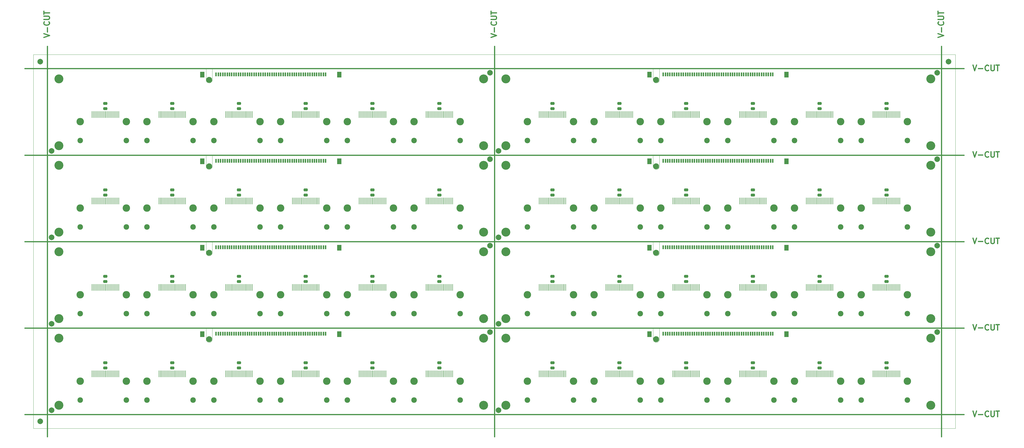
<source format=gbr>
%TF.GenerationSoftware,KiCad,Pcbnew,(7.0.0)*%
%TF.CreationDate,2023-07-14T11:16:40+02:00*%
%TF.ProjectId,Panelization,50616e65-6c69-47a6-9174-696f6e2e6b69,V1*%
%TF.SameCoordinates,Original*%
%TF.FileFunction,Soldermask,Top*%
%TF.FilePolarity,Negative*%
%FSLAX46Y46*%
G04 Gerber Fmt 4.6, Leading zero omitted, Abs format (unit mm)*
G04 Created by KiCad (PCBNEW (7.0.0)) date 2023-07-14 11:16:40*
%MOMM*%
%LPD*%
G01*
G04 APERTURE LIST*
G04 Aperture macros list*
%AMRoundRect*
0 Rectangle with rounded corners*
0 $1 Rounding radius*
0 $2 $3 $4 $5 $6 $7 $8 $9 X,Y pos of 4 corners*
0 Add a 4 corners polygon primitive as box body*
4,1,4,$2,$3,$4,$5,$6,$7,$8,$9,$2,$3,0*
0 Add four circle primitives for the rounded corners*
1,1,$1+$1,$2,$3*
1,1,$1+$1,$4,$5*
1,1,$1+$1,$6,$7*
1,1,$1+$1,$8,$9*
0 Add four rect primitives between the rounded corners*
20,1,$1+$1,$2,$3,$4,$5,0*
20,1,$1+$1,$4,$5,$6,$7,0*
20,1,$1+$1,$6,$7,$8,$9,0*
20,1,$1+$1,$8,$9,$2,$3,0*%
G04 Aperture macros list end*
%ADD10RoundRect,0.250000X0.475000X-0.250000X0.475000X0.250000X-0.475000X0.250000X-0.475000X-0.250000X0*%
%ADD11C,2.000000*%
%ADD12C,3.200000*%
%ADD13C,0.001000*%
%ADD14R,0.280000X2.400000*%
%ADD15C,2.660000*%
%ADD16C,1.982000*%
%ADD17C,2.100000*%
%ADD18R,0.500000X1.480000*%
%ADD19R,1.500000X2.000000*%
%ADD20C,0.400000*%
%TA.AperFunction,Profile*%
%ADD21C,0.100000*%
%TD*%
%TA.AperFunction,Profile*%
%ADD22C,0.400000*%
%TD*%
G04 APERTURE END LIST*
D10*
%TO.C,C4*%
X302480000Y-195360000D03*
X302480000Y-193460000D03*
%TD*%
%TO.C,C4*%
X142480000Y-195360000D03*
X142480000Y-193460000D03*
%TD*%
%TO.C,C4*%
X142480000Y-164360000D03*
X142480000Y-162460000D03*
%TD*%
%TO.C,C4*%
X302480000Y-164360000D03*
X302480000Y-162460000D03*
%TD*%
%TO.C,C4*%
X302480000Y-133360000D03*
X302480000Y-131460000D03*
%TD*%
%TO.C,C4*%
X302480000Y-102360000D03*
X302480000Y-100460000D03*
%TD*%
%TO.C,C4*%
X142480000Y-102360000D03*
X142480000Y-100460000D03*
%TD*%
%TO.C,C4*%
X142480000Y-133360000D03*
X142480000Y-131460000D03*
%TD*%
D11*
%TO.C,REF_Top*%
X211489000Y-210481000D03*
%TD*%
%TO.C,REF_Top*%
X51489000Y-210481000D03*
%TD*%
%TO.C,REF_Top*%
X211489000Y-148481000D03*
%TD*%
%TO.C,REF_Top*%
X211489000Y-179481000D03*
%TD*%
%TO.C,REF_Top*%
X51489000Y-117481000D03*
%TD*%
%TO.C,REF_Top*%
X51489000Y-148481000D03*
%TD*%
%TO.C,REF_Top*%
X211489000Y-117481000D03*
%TD*%
%TO.C,REF_Top*%
X51489000Y-179481000D03*
%TD*%
D12*
%TO.C,*%
X206120000Y-184670000D03*
%TD*%
%TO.C,*%
X366120000Y-122670000D03*
%TD*%
%TO.C,*%
X366120000Y-153670000D03*
%TD*%
%TO.C,*%
X206120000Y-91670000D03*
%TD*%
%TO.C,*%
X366120000Y-91670000D03*
%TD*%
%TO.C,*%
X206120000Y-122670000D03*
%TD*%
%TO.C,*%
X206120000Y-153670000D03*
%TD*%
%TO.C,*%
X366120000Y-184670000D03*
%TD*%
D13*
%TO.C,J1*%
X230040000Y-145600000D03*
D14*
X235539999Y-135439999D03*
X235039999Y-135439999D03*
X234539999Y-135439999D03*
X234039999Y-135439999D03*
X233539999Y-135439999D03*
X233039999Y-135439999D03*
X232539999Y-135439999D03*
X232039999Y-135439999D03*
X231539999Y-135439999D03*
X231039999Y-135439999D03*
X230539999Y-135439999D03*
X230039999Y-135439999D03*
X229539999Y-135439999D03*
X229039999Y-135439999D03*
X228539999Y-135439999D03*
X228039999Y-135439999D03*
X227539999Y-135439999D03*
X227039999Y-135439999D03*
X226539999Y-135439999D03*
X226039999Y-135439999D03*
D15*
X221790000Y-138040000D03*
D16*
X221790000Y-144820000D03*
X238290000Y-144820000D03*
D15*
X238290000Y-138040000D03*
%TD*%
D13*
%TO.C,J1*%
X230040000Y-176600000D03*
D14*
X235539999Y-166439999D03*
X235039999Y-166439999D03*
X234539999Y-166439999D03*
X234039999Y-166439999D03*
X233539999Y-166439999D03*
X233039999Y-166439999D03*
X232539999Y-166439999D03*
X232039999Y-166439999D03*
X231539999Y-166439999D03*
X231039999Y-166439999D03*
X230539999Y-166439999D03*
X230039999Y-166439999D03*
X229539999Y-166439999D03*
X229039999Y-166439999D03*
X228539999Y-166439999D03*
X228039999Y-166439999D03*
X227539999Y-166439999D03*
X227039999Y-166439999D03*
X226539999Y-166439999D03*
X226039999Y-166439999D03*
D15*
X221790000Y-169040000D03*
D16*
X221790000Y-175820000D03*
X238290000Y-175820000D03*
D15*
X238290000Y-169040000D03*
%TD*%
D13*
%TO.C,J1*%
X70040000Y-176600000D03*
D14*
X75539999Y-166439999D03*
X75039999Y-166439999D03*
X74539999Y-166439999D03*
X74039999Y-166439999D03*
X73539999Y-166439999D03*
X73039999Y-166439999D03*
X72539999Y-166439999D03*
X72039999Y-166439999D03*
X71539999Y-166439999D03*
X71039999Y-166439999D03*
X70539999Y-166439999D03*
X70039999Y-166439999D03*
X69539999Y-166439999D03*
X69039999Y-166439999D03*
X68539999Y-166439999D03*
X68039999Y-166439999D03*
X67539999Y-166439999D03*
X67039999Y-166439999D03*
X66539999Y-166439999D03*
X66039999Y-166439999D03*
D15*
X61790000Y-169040000D03*
D16*
X61790000Y-175820000D03*
X78290000Y-175820000D03*
D15*
X78290000Y-169040000D03*
%TD*%
D13*
%TO.C,J1*%
X70040000Y-207600000D03*
D14*
X75539999Y-197439999D03*
X75039999Y-197439999D03*
X74539999Y-197439999D03*
X74039999Y-197439999D03*
X73539999Y-197439999D03*
X73039999Y-197439999D03*
X72539999Y-197439999D03*
X72039999Y-197439999D03*
X71539999Y-197439999D03*
X71039999Y-197439999D03*
X70539999Y-197439999D03*
X70039999Y-197439999D03*
X69539999Y-197439999D03*
X69039999Y-197439999D03*
X68539999Y-197439999D03*
X68039999Y-197439999D03*
X67539999Y-197439999D03*
X67039999Y-197439999D03*
X66539999Y-197439999D03*
X66039999Y-197439999D03*
D15*
X61790000Y-200040000D03*
D16*
X61790000Y-206820000D03*
X78290000Y-206820000D03*
D15*
X78290000Y-200040000D03*
%TD*%
D13*
%TO.C,J1*%
X230040000Y-114600000D03*
D14*
X235539999Y-104439999D03*
X235039999Y-104439999D03*
X234539999Y-104439999D03*
X234039999Y-104439999D03*
X233539999Y-104439999D03*
X233039999Y-104439999D03*
X232539999Y-104439999D03*
X232039999Y-104439999D03*
X231539999Y-104439999D03*
X231039999Y-104439999D03*
X230539999Y-104439999D03*
X230039999Y-104439999D03*
X229539999Y-104439999D03*
X229039999Y-104439999D03*
X228539999Y-104439999D03*
X228039999Y-104439999D03*
X227539999Y-104439999D03*
X227039999Y-104439999D03*
X226539999Y-104439999D03*
X226039999Y-104439999D03*
D15*
X221790000Y-107040000D03*
D16*
X221790000Y-113820000D03*
X238290000Y-113820000D03*
D15*
X238290000Y-107040000D03*
%TD*%
D13*
%TO.C,J1*%
X230040000Y-207600000D03*
D14*
X235539999Y-197439999D03*
X235039999Y-197439999D03*
X234539999Y-197439999D03*
X234039999Y-197439999D03*
X233539999Y-197439999D03*
X233039999Y-197439999D03*
X232539999Y-197439999D03*
X232039999Y-197439999D03*
X231539999Y-197439999D03*
X231039999Y-197439999D03*
X230539999Y-197439999D03*
X230039999Y-197439999D03*
X229539999Y-197439999D03*
X229039999Y-197439999D03*
X228539999Y-197439999D03*
X228039999Y-197439999D03*
X227539999Y-197439999D03*
X227039999Y-197439999D03*
X226539999Y-197439999D03*
X226039999Y-197439999D03*
D15*
X221790000Y-200040000D03*
D16*
X221790000Y-206820000D03*
X238290000Y-206820000D03*
D15*
X238290000Y-200040000D03*
%TD*%
D13*
%TO.C,J1*%
X70040000Y-114600000D03*
D14*
X75539999Y-104439999D03*
X75039999Y-104439999D03*
X74539999Y-104439999D03*
X74039999Y-104439999D03*
X73539999Y-104439999D03*
X73039999Y-104439999D03*
X72539999Y-104439999D03*
X72039999Y-104439999D03*
X71539999Y-104439999D03*
X71039999Y-104439999D03*
X70539999Y-104439999D03*
X70039999Y-104439999D03*
X69539999Y-104439999D03*
X69039999Y-104439999D03*
X68539999Y-104439999D03*
X68039999Y-104439999D03*
X67539999Y-104439999D03*
X67039999Y-104439999D03*
X66539999Y-104439999D03*
X66039999Y-104439999D03*
D15*
X61790000Y-107040000D03*
D16*
X61790000Y-113820000D03*
X78290000Y-113820000D03*
D15*
X78290000Y-107040000D03*
%TD*%
D13*
%TO.C,J1*%
X70040000Y-145600000D03*
D14*
X75539999Y-135439999D03*
X75039999Y-135439999D03*
X74539999Y-135439999D03*
X74039999Y-135439999D03*
X73539999Y-135439999D03*
X73039999Y-135439999D03*
X72539999Y-135439999D03*
X72039999Y-135439999D03*
X71539999Y-135439999D03*
X71039999Y-135439999D03*
X70539999Y-135439999D03*
X70039999Y-135439999D03*
X69539999Y-135439999D03*
X69039999Y-135439999D03*
X68539999Y-135439999D03*
X68039999Y-135439999D03*
X67539999Y-135439999D03*
X67039999Y-135439999D03*
X66539999Y-135439999D03*
X66039999Y-135439999D03*
D15*
X61790000Y-138040000D03*
D16*
X61790000Y-144820000D03*
X78290000Y-144820000D03*
D15*
X78290000Y-138040000D03*
%TD*%
D12*
%TO.C,*%
X366120000Y-208670000D03*
%TD*%
%TO.C,*%
X206120000Y-208670000D03*
%TD*%
%TO.C,*%
X206120000Y-177670000D03*
%TD*%
%TO.C,*%
X366120000Y-115670000D03*
%TD*%
%TO.C,*%
X366120000Y-146670000D03*
%TD*%
%TO.C,*%
X366120000Y-177670000D03*
%TD*%
%TO.C,*%
X206120000Y-146670000D03*
%TD*%
%TO.C,*%
X206120000Y-115670000D03*
%TD*%
D13*
%TO.C,J3*%
X117836000Y-207600000D03*
D14*
X123335999Y-197439999D03*
X122835999Y-197439999D03*
X122335999Y-197439999D03*
X121835999Y-197439999D03*
X121335999Y-197439999D03*
X120835999Y-197439999D03*
X120335999Y-197439999D03*
X119835999Y-197439999D03*
X119335999Y-197439999D03*
X118835999Y-197439999D03*
X118335999Y-197439999D03*
X117835999Y-197439999D03*
X117335999Y-197439999D03*
X116835999Y-197439999D03*
X116335999Y-197439999D03*
X115835999Y-197439999D03*
X115335999Y-197439999D03*
X114835999Y-197439999D03*
X114335999Y-197439999D03*
X113835999Y-197439999D03*
D15*
X109586000Y-200040000D03*
D16*
X109586000Y-206820000D03*
X126086000Y-206820000D03*
D15*
X126086000Y-200040000D03*
%TD*%
D13*
%TO.C,J3*%
X277836000Y-207600000D03*
D14*
X283335999Y-197439999D03*
X282835999Y-197439999D03*
X282335999Y-197439999D03*
X281835999Y-197439999D03*
X281335999Y-197439999D03*
X280835999Y-197439999D03*
X280335999Y-197439999D03*
X279835999Y-197439999D03*
X279335999Y-197439999D03*
X278835999Y-197439999D03*
X278335999Y-197439999D03*
X277835999Y-197439999D03*
X277335999Y-197439999D03*
X276835999Y-197439999D03*
X276335999Y-197439999D03*
X275835999Y-197439999D03*
X275335999Y-197439999D03*
X274835999Y-197439999D03*
X274335999Y-197439999D03*
X273835999Y-197439999D03*
D15*
X269586000Y-200040000D03*
D16*
X269586000Y-206820000D03*
X286086000Y-206820000D03*
D15*
X286086000Y-200040000D03*
%TD*%
D13*
%TO.C,J3*%
X117836000Y-176600000D03*
D14*
X123335999Y-166439999D03*
X122835999Y-166439999D03*
X122335999Y-166439999D03*
X121835999Y-166439999D03*
X121335999Y-166439999D03*
X120835999Y-166439999D03*
X120335999Y-166439999D03*
X119835999Y-166439999D03*
X119335999Y-166439999D03*
X118835999Y-166439999D03*
X118335999Y-166439999D03*
X117835999Y-166439999D03*
X117335999Y-166439999D03*
X116835999Y-166439999D03*
X116335999Y-166439999D03*
X115835999Y-166439999D03*
X115335999Y-166439999D03*
X114835999Y-166439999D03*
X114335999Y-166439999D03*
X113835999Y-166439999D03*
D15*
X109586000Y-169040000D03*
D16*
X109586000Y-175820000D03*
X126086000Y-175820000D03*
D15*
X126086000Y-169040000D03*
%TD*%
D13*
%TO.C,J3*%
X277836000Y-176600000D03*
D14*
X283335999Y-166439999D03*
X282835999Y-166439999D03*
X282335999Y-166439999D03*
X281835999Y-166439999D03*
X281335999Y-166439999D03*
X280835999Y-166439999D03*
X280335999Y-166439999D03*
X279835999Y-166439999D03*
X279335999Y-166439999D03*
X278835999Y-166439999D03*
X278335999Y-166439999D03*
X277835999Y-166439999D03*
X277335999Y-166439999D03*
X276835999Y-166439999D03*
X276335999Y-166439999D03*
X275835999Y-166439999D03*
X275335999Y-166439999D03*
X274835999Y-166439999D03*
X274335999Y-166439999D03*
X273835999Y-166439999D03*
D15*
X269586000Y-169040000D03*
D16*
X269586000Y-175820000D03*
X286086000Y-175820000D03*
D15*
X286086000Y-169040000D03*
%TD*%
D13*
%TO.C,J3*%
X117836000Y-145600000D03*
D14*
X123335999Y-135439999D03*
X122835999Y-135439999D03*
X122335999Y-135439999D03*
X121835999Y-135439999D03*
X121335999Y-135439999D03*
X120835999Y-135439999D03*
X120335999Y-135439999D03*
X119835999Y-135439999D03*
X119335999Y-135439999D03*
X118835999Y-135439999D03*
X118335999Y-135439999D03*
X117835999Y-135439999D03*
X117335999Y-135439999D03*
X116835999Y-135439999D03*
X116335999Y-135439999D03*
X115835999Y-135439999D03*
X115335999Y-135439999D03*
X114835999Y-135439999D03*
X114335999Y-135439999D03*
X113835999Y-135439999D03*
D15*
X109586000Y-138040000D03*
D16*
X109586000Y-144820000D03*
X126086000Y-144820000D03*
D15*
X126086000Y-138040000D03*
%TD*%
D13*
%TO.C,J3*%
X117836000Y-114600000D03*
D14*
X123335999Y-104439999D03*
X122835999Y-104439999D03*
X122335999Y-104439999D03*
X121835999Y-104439999D03*
X121335999Y-104439999D03*
X120835999Y-104439999D03*
X120335999Y-104439999D03*
X119835999Y-104439999D03*
X119335999Y-104439999D03*
X118835999Y-104439999D03*
X118335999Y-104439999D03*
X117835999Y-104439999D03*
X117335999Y-104439999D03*
X116835999Y-104439999D03*
X116335999Y-104439999D03*
X115835999Y-104439999D03*
X115335999Y-104439999D03*
X114835999Y-104439999D03*
X114335999Y-104439999D03*
X113835999Y-104439999D03*
D15*
X109586000Y-107040000D03*
D16*
X109586000Y-113820000D03*
X126086000Y-113820000D03*
D15*
X126086000Y-107040000D03*
%TD*%
D13*
%TO.C,J3*%
X277836000Y-145600000D03*
D14*
X283335999Y-135439999D03*
X282835999Y-135439999D03*
X282335999Y-135439999D03*
X281835999Y-135439999D03*
X281335999Y-135439999D03*
X280835999Y-135439999D03*
X280335999Y-135439999D03*
X279835999Y-135439999D03*
X279335999Y-135439999D03*
X278835999Y-135439999D03*
X278335999Y-135439999D03*
X277835999Y-135439999D03*
X277335999Y-135439999D03*
X276835999Y-135439999D03*
X276335999Y-135439999D03*
X275835999Y-135439999D03*
X275335999Y-135439999D03*
X274835999Y-135439999D03*
X274335999Y-135439999D03*
X273835999Y-135439999D03*
D15*
X269586000Y-138040000D03*
D16*
X269586000Y-144820000D03*
X286086000Y-144820000D03*
D15*
X286086000Y-138040000D03*
%TD*%
D13*
%TO.C,J3*%
X277836000Y-114600000D03*
D14*
X283335999Y-104439999D03*
X282835999Y-104439999D03*
X282335999Y-104439999D03*
X281835999Y-104439999D03*
X281335999Y-104439999D03*
X280835999Y-104439999D03*
X280335999Y-104439999D03*
X279835999Y-104439999D03*
X279335999Y-104439999D03*
X278835999Y-104439999D03*
X278335999Y-104439999D03*
X277835999Y-104439999D03*
X277335999Y-104439999D03*
X276835999Y-104439999D03*
X276335999Y-104439999D03*
X275835999Y-104439999D03*
X275335999Y-104439999D03*
X274835999Y-104439999D03*
X274335999Y-104439999D03*
X273835999Y-104439999D03*
D15*
X269586000Y-107040000D03*
D16*
X269586000Y-113820000D03*
X286086000Y-113820000D03*
D15*
X286086000Y-107040000D03*
%TD*%
D11*
%TO.C,REF_Top*%
X368435000Y-120467000D03*
%TD*%
%TO.C,REF_Top*%
X208435000Y-151467000D03*
%TD*%
%TO.C,REF_Top*%
X368435000Y-182467000D03*
%TD*%
%TO.C,REF_Top*%
X368435000Y-151467000D03*
%TD*%
%TO.C,REF_Top*%
X208435000Y-120467000D03*
%TD*%
%TO.C,REF_Top*%
X208435000Y-89467000D03*
%TD*%
%TO.C,REF_Top*%
X368435000Y-89467000D03*
%TD*%
%TO.C,REF_Top*%
X208435000Y-182467000D03*
%TD*%
%TO.C,REF\u002A\u002A*%
X47500000Y-85500000D03*
%TD*%
D13*
%TO.C,J5*%
X165632000Y-176600000D03*
D14*
X171131999Y-166439999D03*
X170631999Y-166439999D03*
X170131999Y-166439999D03*
X169631999Y-166439999D03*
X169131999Y-166439999D03*
X168631999Y-166439999D03*
X168131999Y-166439999D03*
X167631999Y-166439999D03*
X167131999Y-166439999D03*
X166631999Y-166439999D03*
X166131999Y-166439999D03*
X165631999Y-166439999D03*
X165131999Y-166439999D03*
X164631999Y-166439999D03*
X164131999Y-166439999D03*
X163631999Y-166439999D03*
X163131999Y-166439999D03*
X162631999Y-166439999D03*
X162131999Y-166439999D03*
X161631999Y-166439999D03*
D15*
X157382000Y-169040000D03*
D16*
X157382000Y-175820000D03*
X173882000Y-175820000D03*
D15*
X173882000Y-169040000D03*
%TD*%
D13*
%TO.C,J5*%
X325632000Y-145600000D03*
D14*
X331131999Y-135439999D03*
X330631999Y-135439999D03*
X330131999Y-135439999D03*
X329631999Y-135439999D03*
X329131999Y-135439999D03*
X328631999Y-135439999D03*
X328131999Y-135439999D03*
X327631999Y-135439999D03*
X327131999Y-135439999D03*
X326631999Y-135439999D03*
X326131999Y-135439999D03*
X325631999Y-135439999D03*
X325131999Y-135439999D03*
X324631999Y-135439999D03*
X324131999Y-135439999D03*
X323631999Y-135439999D03*
X323131999Y-135439999D03*
X322631999Y-135439999D03*
X322131999Y-135439999D03*
X321631999Y-135439999D03*
D15*
X317382000Y-138040000D03*
D16*
X317382000Y-144820000D03*
X333882000Y-144820000D03*
D15*
X333882000Y-138040000D03*
%TD*%
D13*
%TO.C,J5*%
X165632000Y-145600000D03*
D14*
X171131999Y-135439999D03*
X170631999Y-135439999D03*
X170131999Y-135439999D03*
X169631999Y-135439999D03*
X169131999Y-135439999D03*
X168631999Y-135439999D03*
X168131999Y-135439999D03*
X167631999Y-135439999D03*
X167131999Y-135439999D03*
X166631999Y-135439999D03*
X166131999Y-135439999D03*
X165631999Y-135439999D03*
X165131999Y-135439999D03*
X164631999Y-135439999D03*
X164131999Y-135439999D03*
X163631999Y-135439999D03*
X163131999Y-135439999D03*
X162631999Y-135439999D03*
X162131999Y-135439999D03*
X161631999Y-135439999D03*
D15*
X157382000Y-138040000D03*
D16*
X157382000Y-144820000D03*
X173882000Y-144820000D03*
D15*
X173882000Y-138040000D03*
%TD*%
D13*
%TO.C,J5*%
X165632000Y-114600000D03*
D14*
X171131999Y-104439999D03*
X170631999Y-104439999D03*
X170131999Y-104439999D03*
X169631999Y-104439999D03*
X169131999Y-104439999D03*
X168631999Y-104439999D03*
X168131999Y-104439999D03*
X167631999Y-104439999D03*
X167131999Y-104439999D03*
X166631999Y-104439999D03*
X166131999Y-104439999D03*
X165631999Y-104439999D03*
X165131999Y-104439999D03*
X164631999Y-104439999D03*
X164131999Y-104439999D03*
X163631999Y-104439999D03*
X163131999Y-104439999D03*
X162631999Y-104439999D03*
X162131999Y-104439999D03*
X161631999Y-104439999D03*
D15*
X157382000Y-107040000D03*
D16*
X157382000Y-113820000D03*
X173882000Y-113820000D03*
D15*
X173882000Y-107040000D03*
%TD*%
D13*
%TO.C,J5*%
X325632000Y-176600000D03*
D14*
X331131999Y-166439999D03*
X330631999Y-166439999D03*
X330131999Y-166439999D03*
X329631999Y-166439999D03*
X329131999Y-166439999D03*
X328631999Y-166439999D03*
X328131999Y-166439999D03*
X327631999Y-166439999D03*
X327131999Y-166439999D03*
X326631999Y-166439999D03*
X326131999Y-166439999D03*
X325631999Y-166439999D03*
X325131999Y-166439999D03*
X324631999Y-166439999D03*
X324131999Y-166439999D03*
X323631999Y-166439999D03*
X323131999Y-166439999D03*
X322631999Y-166439999D03*
X322131999Y-166439999D03*
X321631999Y-166439999D03*
D15*
X317382000Y-169040000D03*
D16*
X317382000Y-175820000D03*
X333882000Y-175820000D03*
D15*
X333882000Y-169040000D03*
%TD*%
D13*
%TO.C,J5*%
X325632000Y-207600000D03*
D14*
X331131999Y-197439999D03*
X330631999Y-197439999D03*
X330131999Y-197439999D03*
X329631999Y-197439999D03*
X329131999Y-197439999D03*
X328631999Y-197439999D03*
X328131999Y-197439999D03*
X327631999Y-197439999D03*
X327131999Y-197439999D03*
X326631999Y-197439999D03*
X326131999Y-197439999D03*
X325631999Y-197439999D03*
X325131999Y-197439999D03*
X324631999Y-197439999D03*
X324131999Y-197439999D03*
X323631999Y-197439999D03*
X323131999Y-197439999D03*
X322631999Y-197439999D03*
X322131999Y-197439999D03*
X321631999Y-197439999D03*
D15*
X317382000Y-200040000D03*
D16*
X317382000Y-206820000D03*
X333882000Y-206820000D03*
D15*
X333882000Y-200040000D03*
%TD*%
D13*
%TO.C,J5*%
X165632000Y-207600000D03*
D14*
X171131999Y-197439999D03*
X170631999Y-197439999D03*
X170131999Y-197439999D03*
X169631999Y-197439999D03*
X169131999Y-197439999D03*
X168631999Y-197439999D03*
X168131999Y-197439999D03*
X167631999Y-197439999D03*
X167131999Y-197439999D03*
X166631999Y-197439999D03*
X166131999Y-197439999D03*
X165631999Y-197439999D03*
X165131999Y-197439999D03*
X164631999Y-197439999D03*
X164131999Y-197439999D03*
X163631999Y-197439999D03*
X163131999Y-197439999D03*
X162631999Y-197439999D03*
X162131999Y-197439999D03*
X161631999Y-197439999D03*
D15*
X157382000Y-200040000D03*
D16*
X157382000Y-206820000D03*
X173882000Y-206820000D03*
D15*
X173882000Y-200040000D03*
%TD*%
D13*
%TO.C,J5*%
X325632000Y-114600000D03*
D14*
X331131999Y-104439999D03*
X330631999Y-104439999D03*
X330131999Y-104439999D03*
X329631999Y-104439999D03*
X329131999Y-104439999D03*
X328631999Y-104439999D03*
X328131999Y-104439999D03*
X327631999Y-104439999D03*
X327131999Y-104439999D03*
X326631999Y-104439999D03*
X326131999Y-104439999D03*
X325631999Y-104439999D03*
X325131999Y-104439999D03*
X324631999Y-104439999D03*
X324131999Y-104439999D03*
X323631999Y-104439999D03*
X323131999Y-104439999D03*
X322631999Y-104439999D03*
X322131999Y-104439999D03*
X321631999Y-104439999D03*
D15*
X317382000Y-107040000D03*
D16*
X317382000Y-113820000D03*
X333882000Y-113820000D03*
D15*
X333882000Y-107040000D03*
%TD*%
D10*
%TO.C,C5*%
X166380000Y-195360000D03*
X166380000Y-193460000D03*
%TD*%
%TO.C,C5*%
X326380000Y-195360000D03*
X326380000Y-193460000D03*
%TD*%
%TO.C,C5*%
X326380000Y-133360000D03*
X326380000Y-131460000D03*
%TD*%
%TO.C,C5*%
X326380000Y-164360000D03*
X326380000Y-162460000D03*
%TD*%
%TO.C,C5*%
X166380000Y-133360000D03*
X166380000Y-131460000D03*
%TD*%
%TO.C,C5*%
X166380000Y-102360000D03*
X166380000Y-100460000D03*
%TD*%
%TO.C,C5*%
X326380000Y-102360000D03*
X326380000Y-100460000D03*
%TD*%
%TO.C,C5*%
X166380000Y-164360000D03*
X166380000Y-162460000D03*
%TD*%
D12*
%TO.C,*%
X54120000Y-153670000D03*
%TD*%
%TO.C,*%
X54120000Y-91670000D03*
%TD*%
%TO.C,*%
X214120000Y-184670000D03*
%TD*%
%TO.C,*%
X54120000Y-184670000D03*
%TD*%
%TO.C,*%
X54120000Y-122670000D03*
%TD*%
%TO.C,*%
X214120000Y-122670000D03*
%TD*%
%TO.C,*%
X214120000Y-91670000D03*
%TD*%
%TO.C,*%
X214120000Y-153670000D03*
%TD*%
D11*
%TO.C,REF\u002A\u002A*%
X47500000Y-214500000D03*
%TD*%
D13*
%TO.C,J6*%
X349530000Y-114600000D03*
D14*
X355029999Y-104439999D03*
X354529999Y-104439999D03*
X354029999Y-104439999D03*
X353529999Y-104439999D03*
X353029999Y-104439999D03*
X352529999Y-104439999D03*
X352029999Y-104439999D03*
X351529999Y-104439999D03*
X351029999Y-104439999D03*
X350529999Y-104439999D03*
X350029999Y-104439999D03*
X349529999Y-104439999D03*
X349029999Y-104439999D03*
X348529999Y-104439999D03*
X348029999Y-104439999D03*
X347529999Y-104439999D03*
X347029999Y-104439999D03*
X346529999Y-104439999D03*
X346029999Y-104439999D03*
X345529999Y-104439999D03*
D15*
X341280000Y-107040000D03*
D16*
X341280000Y-113820000D03*
X357780000Y-113820000D03*
D15*
X357780000Y-107040000D03*
%TD*%
D13*
%TO.C,J6*%
X349530000Y-145600000D03*
D14*
X355029999Y-135439999D03*
X354529999Y-135439999D03*
X354029999Y-135439999D03*
X353529999Y-135439999D03*
X353029999Y-135439999D03*
X352529999Y-135439999D03*
X352029999Y-135439999D03*
X351529999Y-135439999D03*
X351029999Y-135439999D03*
X350529999Y-135439999D03*
X350029999Y-135439999D03*
X349529999Y-135439999D03*
X349029999Y-135439999D03*
X348529999Y-135439999D03*
X348029999Y-135439999D03*
X347529999Y-135439999D03*
X347029999Y-135439999D03*
X346529999Y-135439999D03*
X346029999Y-135439999D03*
X345529999Y-135439999D03*
D15*
X341280000Y-138040000D03*
D16*
X341280000Y-144820000D03*
X357780000Y-144820000D03*
D15*
X357780000Y-138040000D03*
%TD*%
D13*
%TO.C,J6*%
X349530000Y-176600000D03*
D14*
X355029999Y-166439999D03*
X354529999Y-166439999D03*
X354029999Y-166439999D03*
X353529999Y-166439999D03*
X353029999Y-166439999D03*
X352529999Y-166439999D03*
X352029999Y-166439999D03*
X351529999Y-166439999D03*
X351029999Y-166439999D03*
X350529999Y-166439999D03*
X350029999Y-166439999D03*
X349529999Y-166439999D03*
X349029999Y-166439999D03*
X348529999Y-166439999D03*
X348029999Y-166439999D03*
X347529999Y-166439999D03*
X347029999Y-166439999D03*
X346529999Y-166439999D03*
X346029999Y-166439999D03*
X345529999Y-166439999D03*
D15*
X341280000Y-169040000D03*
D16*
X341280000Y-175820000D03*
X357780000Y-175820000D03*
D15*
X357780000Y-169040000D03*
%TD*%
D13*
%TO.C,J6*%
X189530000Y-176600000D03*
D14*
X195029999Y-166439999D03*
X194529999Y-166439999D03*
X194029999Y-166439999D03*
X193529999Y-166439999D03*
X193029999Y-166439999D03*
X192529999Y-166439999D03*
X192029999Y-166439999D03*
X191529999Y-166439999D03*
X191029999Y-166439999D03*
X190529999Y-166439999D03*
X190029999Y-166439999D03*
X189529999Y-166439999D03*
X189029999Y-166439999D03*
X188529999Y-166439999D03*
X188029999Y-166439999D03*
X187529999Y-166439999D03*
X187029999Y-166439999D03*
X186529999Y-166439999D03*
X186029999Y-166439999D03*
X185529999Y-166439999D03*
D15*
X181280000Y-169040000D03*
D16*
X181280000Y-175820000D03*
X197780000Y-175820000D03*
D15*
X197780000Y-169040000D03*
%TD*%
D13*
%TO.C,J6*%
X349530000Y-207600000D03*
D14*
X355029999Y-197439999D03*
X354529999Y-197439999D03*
X354029999Y-197439999D03*
X353529999Y-197439999D03*
X353029999Y-197439999D03*
X352529999Y-197439999D03*
X352029999Y-197439999D03*
X351529999Y-197439999D03*
X351029999Y-197439999D03*
X350529999Y-197439999D03*
X350029999Y-197439999D03*
X349529999Y-197439999D03*
X349029999Y-197439999D03*
X348529999Y-197439999D03*
X348029999Y-197439999D03*
X347529999Y-197439999D03*
X347029999Y-197439999D03*
X346529999Y-197439999D03*
X346029999Y-197439999D03*
X345529999Y-197439999D03*
D15*
X341280000Y-200040000D03*
D16*
X341280000Y-206820000D03*
X357780000Y-206820000D03*
D15*
X357780000Y-200040000D03*
%TD*%
D13*
%TO.C,J6*%
X189530000Y-207600000D03*
D14*
X195029999Y-197439999D03*
X194529999Y-197439999D03*
X194029999Y-197439999D03*
X193529999Y-197439999D03*
X193029999Y-197439999D03*
X192529999Y-197439999D03*
X192029999Y-197439999D03*
X191529999Y-197439999D03*
X191029999Y-197439999D03*
X190529999Y-197439999D03*
X190029999Y-197439999D03*
X189529999Y-197439999D03*
X189029999Y-197439999D03*
X188529999Y-197439999D03*
X188029999Y-197439999D03*
X187529999Y-197439999D03*
X187029999Y-197439999D03*
X186529999Y-197439999D03*
X186029999Y-197439999D03*
X185529999Y-197439999D03*
D15*
X181280000Y-200040000D03*
D16*
X181280000Y-206820000D03*
X197780000Y-206820000D03*
D15*
X197780000Y-200040000D03*
%TD*%
D13*
%TO.C,J6*%
X189530000Y-114600000D03*
D14*
X195029999Y-104439999D03*
X194529999Y-104439999D03*
X194029999Y-104439999D03*
X193529999Y-104439999D03*
X193029999Y-104439999D03*
X192529999Y-104439999D03*
X192029999Y-104439999D03*
X191529999Y-104439999D03*
X191029999Y-104439999D03*
X190529999Y-104439999D03*
X190029999Y-104439999D03*
X189529999Y-104439999D03*
X189029999Y-104439999D03*
X188529999Y-104439999D03*
X188029999Y-104439999D03*
X187529999Y-104439999D03*
X187029999Y-104439999D03*
X186529999Y-104439999D03*
X186029999Y-104439999D03*
X185529999Y-104439999D03*
D15*
X181280000Y-107040000D03*
D16*
X181280000Y-113820000D03*
X197780000Y-113820000D03*
D15*
X197780000Y-107040000D03*
%TD*%
D13*
%TO.C,J6*%
X189530000Y-145600000D03*
D14*
X195029999Y-135439999D03*
X194529999Y-135439999D03*
X194029999Y-135439999D03*
X193529999Y-135439999D03*
X193029999Y-135439999D03*
X192529999Y-135439999D03*
X192029999Y-135439999D03*
X191529999Y-135439999D03*
X191029999Y-135439999D03*
X190529999Y-135439999D03*
X190029999Y-135439999D03*
X189529999Y-135439999D03*
X189029999Y-135439999D03*
X188529999Y-135439999D03*
X188029999Y-135439999D03*
X187529999Y-135439999D03*
X187029999Y-135439999D03*
X186529999Y-135439999D03*
X186029999Y-135439999D03*
X185529999Y-135439999D03*
D15*
X181280000Y-138040000D03*
D16*
X181280000Y-144820000D03*
X197780000Y-144820000D03*
D15*
X197780000Y-138040000D03*
%TD*%
D10*
%TO.C,C3*%
X278590000Y-195360000D03*
X278590000Y-193460000D03*
%TD*%
%TO.C,C3*%
X118590000Y-195360000D03*
X118590000Y-193460000D03*
%TD*%
%TO.C,C3*%
X118590000Y-164360000D03*
X118590000Y-162460000D03*
%TD*%
%TO.C,C3*%
X278590000Y-133360000D03*
X278590000Y-131460000D03*
%TD*%
%TO.C,C3*%
X278590000Y-164360000D03*
X278590000Y-162460000D03*
%TD*%
%TO.C,C3*%
X118590000Y-133360000D03*
X118590000Y-131460000D03*
%TD*%
%TO.C,C3*%
X118590000Y-102360000D03*
X118590000Y-100460000D03*
%TD*%
%TO.C,C3*%
X278590000Y-102360000D03*
X278590000Y-100460000D03*
%TD*%
D17*
%TO.C,J7*%
X267890000Y-154000000D03*
D18*
X270399999Y-152059999D03*
X271199999Y-152059999D03*
X271999999Y-152059999D03*
X272799999Y-152059999D03*
X273599999Y-152059999D03*
X274399999Y-152059999D03*
X275199999Y-152059999D03*
X275999999Y-152059999D03*
X276799999Y-152059999D03*
X277599999Y-152059999D03*
X278399999Y-152059999D03*
X279199999Y-152059999D03*
X279999999Y-152059999D03*
X280799999Y-152059999D03*
X281599999Y-152059999D03*
X282399999Y-152059999D03*
X283199999Y-152059999D03*
X283999999Y-152059999D03*
X284799999Y-152059999D03*
X285599999Y-152059999D03*
X286399999Y-152059999D03*
X287199999Y-152059999D03*
X287999999Y-152059999D03*
X288799999Y-152059999D03*
X289599999Y-152059999D03*
X290399999Y-152059999D03*
X291199999Y-152059999D03*
X291999999Y-152059999D03*
X292799999Y-152059999D03*
X293599999Y-152059999D03*
X294399999Y-152059999D03*
X295199999Y-152059999D03*
X295999999Y-152059999D03*
X296799999Y-152059999D03*
X297599999Y-152059999D03*
X298399999Y-152059999D03*
X299199999Y-152059999D03*
X299999999Y-152059999D03*
X300799999Y-152059999D03*
X301599999Y-152059999D03*
X302399999Y-152059999D03*
X303199999Y-152059999D03*
X303999999Y-152059999D03*
X304799999Y-152059999D03*
X305599999Y-152059999D03*
X306399999Y-152059999D03*
X307199999Y-152059999D03*
X307999999Y-152059999D03*
X308799999Y-152059999D03*
X309599999Y-152059999D03*
D19*
X265499999Y-152199999D03*
X314499999Y-152199999D03*
%TD*%
D17*
%TO.C,J7*%
X267890000Y-92000000D03*
D18*
X270399999Y-90059999D03*
X271199999Y-90059999D03*
X271999999Y-90059999D03*
X272799999Y-90059999D03*
X273599999Y-90059999D03*
X274399999Y-90059999D03*
X275199999Y-90059999D03*
X275999999Y-90059999D03*
X276799999Y-90059999D03*
X277599999Y-90059999D03*
X278399999Y-90059999D03*
X279199999Y-90059999D03*
X279999999Y-90059999D03*
X280799999Y-90059999D03*
X281599999Y-90059999D03*
X282399999Y-90059999D03*
X283199999Y-90059999D03*
X283999999Y-90059999D03*
X284799999Y-90059999D03*
X285599999Y-90059999D03*
X286399999Y-90059999D03*
X287199999Y-90059999D03*
X287999999Y-90059999D03*
X288799999Y-90059999D03*
X289599999Y-90059999D03*
X290399999Y-90059999D03*
X291199999Y-90059999D03*
X291999999Y-90059999D03*
X292799999Y-90059999D03*
X293599999Y-90059999D03*
X294399999Y-90059999D03*
X295199999Y-90059999D03*
X295999999Y-90059999D03*
X296799999Y-90059999D03*
X297599999Y-90059999D03*
X298399999Y-90059999D03*
X299199999Y-90059999D03*
X299999999Y-90059999D03*
X300799999Y-90059999D03*
X301599999Y-90059999D03*
X302399999Y-90059999D03*
X303199999Y-90059999D03*
X303999999Y-90059999D03*
X304799999Y-90059999D03*
X305599999Y-90059999D03*
X306399999Y-90059999D03*
X307199999Y-90059999D03*
X307999999Y-90059999D03*
X308799999Y-90059999D03*
X309599999Y-90059999D03*
D19*
X265499999Y-90199999D03*
X314499999Y-90199999D03*
%TD*%
D17*
%TO.C,J7*%
X107890000Y-123000000D03*
D18*
X110399999Y-121059999D03*
X111199999Y-121059999D03*
X111999999Y-121059999D03*
X112799999Y-121059999D03*
X113599999Y-121059999D03*
X114399999Y-121059999D03*
X115199999Y-121059999D03*
X115999999Y-121059999D03*
X116799999Y-121059999D03*
X117599999Y-121059999D03*
X118399999Y-121059999D03*
X119199999Y-121059999D03*
X119999999Y-121059999D03*
X120799999Y-121059999D03*
X121599999Y-121059999D03*
X122399999Y-121059999D03*
X123199999Y-121059999D03*
X123999999Y-121059999D03*
X124799999Y-121059999D03*
X125599999Y-121059999D03*
X126399999Y-121059999D03*
X127199999Y-121059999D03*
X127999999Y-121059999D03*
X128799999Y-121059999D03*
X129599999Y-121059999D03*
X130399999Y-121059999D03*
X131199999Y-121059999D03*
X131999999Y-121059999D03*
X132799999Y-121059999D03*
X133599999Y-121059999D03*
X134399999Y-121059999D03*
X135199999Y-121059999D03*
X135999999Y-121059999D03*
X136799999Y-121059999D03*
X137599999Y-121059999D03*
X138399999Y-121059999D03*
X139199999Y-121059999D03*
X139999999Y-121059999D03*
X140799999Y-121059999D03*
X141599999Y-121059999D03*
X142399999Y-121059999D03*
X143199999Y-121059999D03*
X143999999Y-121059999D03*
X144799999Y-121059999D03*
X145599999Y-121059999D03*
X146399999Y-121059999D03*
X147199999Y-121059999D03*
X147999999Y-121059999D03*
X148799999Y-121059999D03*
X149599999Y-121059999D03*
D19*
X105499999Y-121199999D03*
X154499999Y-121199999D03*
%TD*%
D17*
%TO.C,J7*%
X107890000Y-92000000D03*
D18*
X110399999Y-90059999D03*
X111199999Y-90059999D03*
X111999999Y-90059999D03*
X112799999Y-90059999D03*
X113599999Y-90059999D03*
X114399999Y-90059999D03*
X115199999Y-90059999D03*
X115999999Y-90059999D03*
X116799999Y-90059999D03*
X117599999Y-90059999D03*
X118399999Y-90059999D03*
X119199999Y-90059999D03*
X119999999Y-90059999D03*
X120799999Y-90059999D03*
X121599999Y-90059999D03*
X122399999Y-90059999D03*
X123199999Y-90059999D03*
X123999999Y-90059999D03*
X124799999Y-90059999D03*
X125599999Y-90059999D03*
X126399999Y-90059999D03*
X127199999Y-90059999D03*
X127999999Y-90059999D03*
X128799999Y-90059999D03*
X129599999Y-90059999D03*
X130399999Y-90059999D03*
X131199999Y-90059999D03*
X131999999Y-90059999D03*
X132799999Y-90059999D03*
X133599999Y-90059999D03*
X134399999Y-90059999D03*
X135199999Y-90059999D03*
X135999999Y-90059999D03*
X136799999Y-90059999D03*
X137599999Y-90059999D03*
X138399999Y-90059999D03*
X139199999Y-90059999D03*
X139999999Y-90059999D03*
X140799999Y-90059999D03*
X141599999Y-90059999D03*
X142399999Y-90059999D03*
X143199999Y-90059999D03*
X143999999Y-90059999D03*
X144799999Y-90059999D03*
X145599999Y-90059999D03*
X146399999Y-90059999D03*
X147199999Y-90059999D03*
X147999999Y-90059999D03*
X148799999Y-90059999D03*
X149599999Y-90059999D03*
D19*
X105499999Y-90199999D03*
X154499999Y-90199999D03*
%TD*%
D17*
%TO.C,J7*%
X267890000Y-123000000D03*
D18*
X270399999Y-121059999D03*
X271199999Y-121059999D03*
X271999999Y-121059999D03*
X272799999Y-121059999D03*
X273599999Y-121059999D03*
X274399999Y-121059999D03*
X275199999Y-121059999D03*
X275999999Y-121059999D03*
X276799999Y-121059999D03*
X277599999Y-121059999D03*
X278399999Y-121059999D03*
X279199999Y-121059999D03*
X279999999Y-121059999D03*
X280799999Y-121059999D03*
X281599999Y-121059999D03*
X282399999Y-121059999D03*
X283199999Y-121059999D03*
X283999999Y-121059999D03*
X284799999Y-121059999D03*
X285599999Y-121059999D03*
X286399999Y-121059999D03*
X287199999Y-121059999D03*
X287999999Y-121059999D03*
X288799999Y-121059999D03*
X289599999Y-121059999D03*
X290399999Y-121059999D03*
X291199999Y-121059999D03*
X291999999Y-121059999D03*
X292799999Y-121059999D03*
X293599999Y-121059999D03*
X294399999Y-121059999D03*
X295199999Y-121059999D03*
X295999999Y-121059999D03*
X296799999Y-121059999D03*
X297599999Y-121059999D03*
X298399999Y-121059999D03*
X299199999Y-121059999D03*
X299999999Y-121059999D03*
X300799999Y-121059999D03*
X301599999Y-121059999D03*
X302399999Y-121059999D03*
X303199999Y-121059999D03*
X303999999Y-121059999D03*
X304799999Y-121059999D03*
X305599999Y-121059999D03*
X306399999Y-121059999D03*
X307199999Y-121059999D03*
X307999999Y-121059999D03*
X308799999Y-121059999D03*
X309599999Y-121059999D03*
D19*
X265499999Y-121199999D03*
X314499999Y-121199999D03*
%TD*%
D17*
%TO.C,J7*%
X107890000Y-185000000D03*
D18*
X110399999Y-183059999D03*
X111199999Y-183059999D03*
X111999999Y-183059999D03*
X112799999Y-183059999D03*
X113599999Y-183059999D03*
X114399999Y-183059999D03*
X115199999Y-183059999D03*
X115999999Y-183059999D03*
X116799999Y-183059999D03*
X117599999Y-183059999D03*
X118399999Y-183059999D03*
X119199999Y-183059999D03*
X119999999Y-183059999D03*
X120799999Y-183059999D03*
X121599999Y-183059999D03*
X122399999Y-183059999D03*
X123199999Y-183059999D03*
X123999999Y-183059999D03*
X124799999Y-183059999D03*
X125599999Y-183059999D03*
X126399999Y-183059999D03*
X127199999Y-183059999D03*
X127999999Y-183059999D03*
X128799999Y-183059999D03*
X129599999Y-183059999D03*
X130399999Y-183059999D03*
X131199999Y-183059999D03*
X131999999Y-183059999D03*
X132799999Y-183059999D03*
X133599999Y-183059999D03*
X134399999Y-183059999D03*
X135199999Y-183059999D03*
X135999999Y-183059999D03*
X136799999Y-183059999D03*
X137599999Y-183059999D03*
X138399999Y-183059999D03*
X139199999Y-183059999D03*
X139999999Y-183059999D03*
X140799999Y-183059999D03*
X141599999Y-183059999D03*
X142399999Y-183059999D03*
X143199999Y-183059999D03*
X143999999Y-183059999D03*
X144799999Y-183059999D03*
X145599999Y-183059999D03*
X146399999Y-183059999D03*
X147199999Y-183059999D03*
X147999999Y-183059999D03*
X148799999Y-183059999D03*
X149599999Y-183059999D03*
D19*
X105499999Y-183199999D03*
X154499999Y-183199999D03*
%TD*%
D17*
%TO.C,J7*%
X107890000Y-154000000D03*
D18*
X110399999Y-152059999D03*
X111199999Y-152059999D03*
X111999999Y-152059999D03*
X112799999Y-152059999D03*
X113599999Y-152059999D03*
X114399999Y-152059999D03*
X115199999Y-152059999D03*
X115999999Y-152059999D03*
X116799999Y-152059999D03*
X117599999Y-152059999D03*
X118399999Y-152059999D03*
X119199999Y-152059999D03*
X119999999Y-152059999D03*
X120799999Y-152059999D03*
X121599999Y-152059999D03*
X122399999Y-152059999D03*
X123199999Y-152059999D03*
X123999999Y-152059999D03*
X124799999Y-152059999D03*
X125599999Y-152059999D03*
X126399999Y-152059999D03*
X127199999Y-152059999D03*
X127999999Y-152059999D03*
X128799999Y-152059999D03*
X129599999Y-152059999D03*
X130399999Y-152059999D03*
X131199999Y-152059999D03*
X131999999Y-152059999D03*
X132799999Y-152059999D03*
X133599999Y-152059999D03*
X134399999Y-152059999D03*
X135199999Y-152059999D03*
X135999999Y-152059999D03*
X136799999Y-152059999D03*
X137599999Y-152059999D03*
X138399999Y-152059999D03*
X139199999Y-152059999D03*
X139999999Y-152059999D03*
X140799999Y-152059999D03*
X141599999Y-152059999D03*
X142399999Y-152059999D03*
X143199999Y-152059999D03*
X143999999Y-152059999D03*
X144799999Y-152059999D03*
X145599999Y-152059999D03*
X146399999Y-152059999D03*
X147199999Y-152059999D03*
X147999999Y-152059999D03*
X148799999Y-152059999D03*
X149599999Y-152059999D03*
D19*
X105499999Y-152199999D03*
X154499999Y-152199999D03*
%TD*%
D17*
%TO.C,J7*%
X267890000Y-185000000D03*
D18*
X270399999Y-183059999D03*
X271199999Y-183059999D03*
X271999999Y-183059999D03*
X272799999Y-183059999D03*
X273599999Y-183059999D03*
X274399999Y-183059999D03*
X275199999Y-183059999D03*
X275999999Y-183059999D03*
X276799999Y-183059999D03*
X277599999Y-183059999D03*
X278399999Y-183059999D03*
X279199999Y-183059999D03*
X279999999Y-183059999D03*
X280799999Y-183059999D03*
X281599999Y-183059999D03*
X282399999Y-183059999D03*
X283199999Y-183059999D03*
X283999999Y-183059999D03*
X284799999Y-183059999D03*
X285599999Y-183059999D03*
X286399999Y-183059999D03*
X287199999Y-183059999D03*
X287999999Y-183059999D03*
X288799999Y-183059999D03*
X289599999Y-183059999D03*
X290399999Y-183059999D03*
X291199999Y-183059999D03*
X291999999Y-183059999D03*
X292799999Y-183059999D03*
X293599999Y-183059999D03*
X294399999Y-183059999D03*
X295199999Y-183059999D03*
X295999999Y-183059999D03*
X296799999Y-183059999D03*
X297599999Y-183059999D03*
X298399999Y-183059999D03*
X299199999Y-183059999D03*
X299999999Y-183059999D03*
X300799999Y-183059999D03*
X301599999Y-183059999D03*
X302399999Y-183059999D03*
X303199999Y-183059999D03*
X303999999Y-183059999D03*
X304799999Y-183059999D03*
X305599999Y-183059999D03*
X306399999Y-183059999D03*
X307199999Y-183059999D03*
X307999999Y-183059999D03*
X308799999Y-183059999D03*
X309599999Y-183059999D03*
D19*
X265499999Y-183199999D03*
X314499999Y-183199999D03*
%TD*%
D10*
%TO.C,C6*%
X350280000Y-133360000D03*
X350280000Y-131460000D03*
%TD*%
%TO.C,C6*%
X350280000Y-164360000D03*
X350280000Y-162460000D03*
%TD*%
%TO.C,C6*%
X350280000Y-195360000D03*
X350280000Y-193460000D03*
%TD*%
%TO.C,C6*%
X190280000Y-195360000D03*
X190280000Y-193460000D03*
%TD*%
%TO.C,C6*%
X190280000Y-164360000D03*
X190280000Y-162460000D03*
%TD*%
%TO.C,C6*%
X190280000Y-133360000D03*
X190280000Y-131460000D03*
%TD*%
%TO.C,C6*%
X350280000Y-102360000D03*
X350280000Y-100460000D03*
%TD*%
%TO.C,C6*%
X190280000Y-102360000D03*
X190280000Y-100460000D03*
%TD*%
%TO.C,C1*%
X70770000Y-195360000D03*
X70770000Y-193460000D03*
%TD*%
%TO.C,C1*%
X70770000Y-133360000D03*
X70770000Y-131460000D03*
%TD*%
%TO.C,C1*%
X230770000Y-133360000D03*
X230770000Y-131460000D03*
%TD*%
%TO.C,C1*%
X70770000Y-164360000D03*
X70770000Y-162460000D03*
%TD*%
%TO.C,C1*%
X70770000Y-102360000D03*
X70770000Y-100460000D03*
%TD*%
%TO.C,C1*%
X230770000Y-195360000D03*
X230770000Y-193460000D03*
%TD*%
%TO.C,C1*%
X230770000Y-164360000D03*
X230770000Y-162460000D03*
%TD*%
%TO.C,C1*%
X230770000Y-102360000D03*
X230770000Y-100460000D03*
%TD*%
D11*
%TO.C,REF\u002A\u002A*%
X372500000Y-85500000D03*
%TD*%
D13*
%TO.C,J2*%
X253936000Y-207599000D03*
D14*
X259435999Y-197438999D03*
X258935999Y-197438999D03*
X258435999Y-197438999D03*
X257935999Y-197438999D03*
X257435999Y-197438999D03*
X256935999Y-197438999D03*
X256435999Y-197438999D03*
X255935999Y-197438999D03*
X255435999Y-197438999D03*
X254935999Y-197438999D03*
X254435999Y-197438999D03*
X253935999Y-197438999D03*
X253435999Y-197438999D03*
X252935999Y-197438999D03*
X252435999Y-197438999D03*
X251935999Y-197438999D03*
X251435999Y-197438999D03*
X250935999Y-197438999D03*
X250435999Y-197438999D03*
X249935999Y-197438999D03*
D15*
X245686000Y-200039000D03*
D16*
X245686000Y-206819000D03*
X262186000Y-206819000D03*
D15*
X262186000Y-200039000D03*
%TD*%
D13*
%TO.C,J2*%
X93936000Y-176599000D03*
D14*
X99435999Y-166438999D03*
X98935999Y-166438999D03*
X98435999Y-166438999D03*
X97935999Y-166438999D03*
X97435999Y-166438999D03*
X96935999Y-166438999D03*
X96435999Y-166438999D03*
X95935999Y-166438999D03*
X95435999Y-166438999D03*
X94935999Y-166438999D03*
X94435999Y-166438999D03*
X93935999Y-166438999D03*
X93435999Y-166438999D03*
X92935999Y-166438999D03*
X92435999Y-166438999D03*
X91935999Y-166438999D03*
X91435999Y-166438999D03*
X90935999Y-166438999D03*
X90435999Y-166438999D03*
X89935999Y-166438999D03*
D15*
X85686000Y-169039000D03*
D16*
X85686000Y-175819000D03*
X102186000Y-175819000D03*
D15*
X102186000Y-169039000D03*
%TD*%
D13*
%TO.C,J2*%
X253936000Y-176599000D03*
D14*
X259435999Y-166438999D03*
X258935999Y-166438999D03*
X258435999Y-166438999D03*
X257935999Y-166438999D03*
X257435999Y-166438999D03*
X256935999Y-166438999D03*
X256435999Y-166438999D03*
X255935999Y-166438999D03*
X255435999Y-166438999D03*
X254935999Y-166438999D03*
X254435999Y-166438999D03*
X253935999Y-166438999D03*
X253435999Y-166438999D03*
X252935999Y-166438999D03*
X252435999Y-166438999D03*
X251935999Y-166438999D03*
X251435999Y-166438999D03*
X250935999Y-166438999D03*
X250435999Y-166438999D03*
X249935999Y-166438999D03*
D15*
X245686000Y-169039000D03*
D16*
X245686000Y-175819000D03*
X262186000Y-175819000D03*
D15*
X262186000Y-169039000D03*
%TD*%
D13*
%TO.C,J2*%
X253936000Y-114599000D03*
D14*
X259435999Y-104438999D03*
X258935999Y-104438999D03*
X258435999Y-104438999D03*
X257935999Y-104438999D03*
X257435999Y-104438999D03*
X256935999Y-104438999D03*
X256435999Y-104438999D03*
X255935999Y-104438999D03*
X255435999Y-104438999D03*
X254935999Y-104438999D03*
X254435999Y-104438999D03*
X253935999Y-104438999D03*
X253435999Y-104438999D03*
X252935999Y-104438999D03*
X252435999Y-104438999D03*
X251935999Y-104438999D03*
X251435999Y-104438999D03*
X250935999Y-104438999D03*
X250435999Y-104438999D03*
X249935999Y-104438999D03*
D15*
X245686000Y-107039000D03*
D16*
X245686000Y-113819000D03*
X262186000Y-113819000D03*
D15*
X262186000Y-107039000D03*
%TD*%
D13*
%TO.C,J2*%
X93936000Y-207599000D03*
D14*
X99435999Y-197438999D03*
X98935999Y-197438999D03*
X98435999Y-197438999D03*
X97935999Y-197438999D03*
X97435999Y-197438999D03*
X96935999Y-197438999D03*
X96435999Y-197438999D03*
X95935999Y-197438999D03*
X95435999Y-197438999D03*
X94935999Y-197438999D03*
X94435999Y-197438999D03*
X93935999Y-197438999D03*
X93435999Y-197438999D03*
X92935999Y-197438999D03*
X92435999Y-197438999D03*
X91935999Y-197438999D03*
X91435999Y-197438999D03*
X90935999Y-197438999D03*
X90435999Y-197438999D03*
X89935999Y-197438999D03*
D15*
X85686000Y-200039000D03*
D16*
X85686000Y-206819000D03*
X102186000Y-206819000D03*
D15*
X102186000Y-200039000D03*
%TD*%
D13*
%TO.C,J2*%
X93936000Y-114599000D03*
D14*
X99435999Y-104438999D03*
X98935999Y-104438999D03*
X98435999Y-104438999D03*
X97935999Y-104438999D03*
X97435999Y-104438999D03*
X96935999Y-104438999D03*
X96435999Y-104438999D03*
X95935999Y-104438999D03*
X95435999Y-104438999D03*
X94935999Y-104438999D03*
X94435999Y-104438999D03*
X93935999Y-104438999D03*
X93435999Y-104438999D03*
X92935999Y-104438999D03*
X92435999Y-104438999D03*
X91935999Y-104438999D03*
X91435999Y-104438999D03*
X90935999Y-104438999D03*
X90435999Y-104438999D03*
X89935999Y-104438999D03*
D15*
X85686000Y-107039000D03*
D16*
X85686000Y-113819000D03*
X102186000Y-113819000D03*
D15*
X102186000Y-107039000D03*
%TD*%
D13*
%TO.C,J2*%
X93936000Y-145599000D03*
D14*
X99435999Y-135438999D03*
X98935999Y-135438999D03*
X98435999Y-135438999D03*
X97935999Y-135438999D03*
X97435999Y-135438999D03*
X96935999Y-135438999D03*
X96435999Y-135438999D03*
X95935999Y-135438999D03*
X95435999Y-135438999D03*
X94935999Y-135438999D03*
X94435999Y-135438999D03*
X93935999Y-135438999D03*
X93435999Y-135438999D03*
X92935999Y-135438999D03*
X92435999Y-135438999D03*
X91935999Y-135438999D03*
X91435999Y-135438999D03*
X90935999Y-135438999D03*
X90435999Y-135438999D03*
X89935999Y-135438999D03*
D15*
X85686000Y-138039000D03*
D16*
X85686000Y-144819000D03*
X102186000Y-144819000D03*
D15*
X102186000Y-138039000D03*
%TD*%
D13*
%TO.C,J2*%
X253936000Y-145599000D03*
D14*
X259435999Y-135438999D03*
X258935999Y-135438999D03*
X258435999Y-135438999D03*
X257935999Y-135438999D03*
X257435999Y-135438999D03*
X256935999Y-135438999D03*
X256435999Y-135438999D03*
X255935999Y-135438999D03*
X255435999Y-135438999D03*
X254935999Y-135438999D03*
X254435999Y-135438999D03*
X253935999Y-135438999D03*
X253435999Y-135438999D03*
X252935999Y-135438999D03*
X252435999Y-135438999D03*
X251935999Y-135438999D03*
X251435999Y-135438999D03*
X250935999Y-135438999D03*
X250435999Y-135438999D03*
X249935999Y-135438999D03*
D15*
X245686000Y-138039000D03*
D16*
X245686000Y-144819000D03*
X262186000Y-144819000D03*
D15*
X262186000Y-138039000D03*
%TD*%
D13*
%TO.C,J4*%
X141734000Y-114600000D03*
D14*
X147233999Y-104439999D03*
X146733999Y-104439999D03*
X146233999Y-104439999D03*
X145733999Y-104439999D03*
X145233999Y-104439999D03*
X144733999Y-104439999D03*
X144233999Y-104439999D03*
X143733999Y-104439999D03*
X143233999Y-104439999D03*
X142733999Y-104439999D03*
X142233999Y-104439999D03*
X141733999Y-104439999D03*
X141233999Y-104439999D03*
X140733999Y-104439999D03*
X140233999Y-104439999D03*
X139733999Y-104439999D03*
X139233999Y-104439999D03*
X138733999Y-104439999D03*
X138233999Y-104439999D03*
X137733999Y-104439999D03*
D15*
X133484000Y-107040000D03*
D16*
X133484000Y-113820000D03*
X149984000Y-113820000D03*
D15*
X149984000Y-107040000D03*
%TD*%
D13*
%TO.C,J4*%
X301734000Y-145600000D03*
D14*
X307233999Y-135439999D03*
X306733999Y-135439999D03*
X306233999Y-135439999D03*
X305733999Y-135439999D03*
X305233999Y-135439999D03*
X304733999Y-135439999D03*
X304233999Y-135439999D03*
X303733999Y-135439999D03*
X303233999Y-135439999D03*
X302733999Y-135439999D03*
X302233999Y-135439999D03*
X301733999Y-135439999D03*
X301233999Y-135439999D03*
X300733999Y-135439999D03*
X300233999Y-135439999D03*
X299733999Y-135439999D03*
X299233999Y-135439999D03*
X298733999Y-135439999D03*
X298233999Y-135439999D03*
X297733999Y-135439999D03*
D15*
X293484000Y-138040000D03*
D16*
X293484000Y-144820000D03*
X309984000Y-144820000D03*
D15*
X309984000Y-138040000D03*
%TD*%
D13*
%TO.C,J4*%
X301734000Y-114600000D03*
D14*
X307233999Y-104439999D03*
X306733999Y-104439999D03*
X306233999Y-104439999D03*
X305733999Y-104439999D03*
X305233999Y-104439999D03*
X304733999Y-104439999D03*
X304233999Y-104439999D03*
X303733999Y-104439999D03*
X303233999Y-104439999D03*
X302733999Y-104439999D03*
X302233999Y-104439999D03*
X301733999Y-104439999D03*
X301233999Y-104439999D03*
X300733999Y-104439999D03*
X300233999Y-104439999D03*
X299733999Y-104439999D03*
X299233999Y-104439999D03*
X298733999Y-104439999D03*
X298233999Y-104439999D03*
X297733999Y-104439999D03*
D15*
X293484000Y-107040000D03*
D16*
X293484000Y-113820000D03*
X309984000Y-113820000D03*
D15*
X309984000Y-107040000D03*
%TD*%
D13*
%TO.C,J4*%
X141734000Y-207600000D03*
D14*
X147233999Y-197439999D03*
X146733999Y-197439999D03*
X146233999Y-197439999D03*
X145733999Y-197439999D03*
X145233999Y-197439999D03*
X144733999Y-197439999D03*
X144233999Y-197439999D03*
X143733999Y-197439999D03*
X143233999Y-197439999D03*
X142733999Y-197439999D03*
X142233999Y-197439999D03*
X141733999Y-197439999D03*
X141233999Y-197439999D03*
X140733999Y-197439999D03*
X140233999Y-197439999D03*
X139733999Y-197439999D03*
X139233999Y-197439999D03*
X138733999Y-197439999D03*
X138233999Y-197439999D03*
X137733999Y-197439999D03*
D15*
X133484000Y-200040000D03*
D16*
X133484000Y-206820000D03*
X149984000Y-206820000D03*
D15*
X149984000Y-200040000D03*
%TD*%
D13*
%TO.C,J4*%
X301734000Y-176600000D03*
D14*
X307233999Y-166439999D03*
X306733999Y-166439999D03*
X306233999Y-166439999D03*
X305733999Y-166439999D03*
X305233999Y-166439999D03*
X304733999Y-166439999D03*
X304233999Y-166439999D03*
X303733999Y-166439999D03*
X303233999Y-166439999D03*
X302733999Y-166439999D03*
X302233999Y-166439999D03*
X301733999Y-166439999D03*
X301233999Y-166439999D03*
X300733999Y-166439999D03*
X300233999Y-166439999D03*
X299733999Y-166439999D03*
X299233999Y-166439999D03*
X298733999Y-166439999D03*
X298233999Y-166439999D03*
X297733999Y-166439999D03*
D15*
X293484000Y-169040000D03*
D16*
X293484000Y-175820000D03*
X309984000Y-175820000D03*
D15*
X309984000Y-169040000D03*
%TD*%
D13*
%TO.C,J4*%
X141734000Y-145600000D03*
D14*
X147233999Y-135439999D03*
X146733999Y-135439999D03*
X146233999Y-135439999D03*
X145733999Y-135439999D03*
X145233999Y-135439999D03*
X144733999Y-135439999D03*
X144233999Y-135439999D03*
X143733999Y-135439999D03*
X143233999Y-135439999D03*
X142733999Y-135439999D03*
X142233999Y-135439999D03*
X141733999Y-135439999D03*
X141233999Y-135439999D03*
X140733999Y-135439999D03*
X140233999Y-135439999D03*
X139733999Y-135439999D03*
X139233999Y-135439999D03*
X138733999Y-135439999D03*
X138233999Y-135439999D03*
X137733999Y-135439999D03*
D15*
X133484000Y-138040000D03*
D16*
X133484000Y-144820000D03*
X149984000Y-144820000D03*
D15*
X149984000Y-138040000D03*
%TD*%
D13*
%TO.C,J4*%
X141734000Y-176600000D03*
D14*
X147233999Y-166439999D03*
X146733999Y-166439999D03*
X146233999Y-166439999D03*
X145733999Y-166439999D03*
X145233999Y-166439999D03*
X144733999Y-166439999D03*
X144233999Y-166439999D03*
X143733999Y-166439999D03*
X143233999Y-166439999D03*
X142733999Y-166439999D03*
X142233999Y-166439999D03*
X141733999Y-166439999D03*
X141233999Y-166439999D03*
X140733999Y-166439999D03*
X140233999Y-166439999D03*
X139733999Y-166439999D03*
X139233999Y-166439999D03*
X138733999Y-166439999D03*
X138233999Y-166439999D03*
X137733999Y-166439999D03*
D15*
X133484000Y-169040000D03*
D16*
X133484000Y-175820000D03*
X149984000Y-175820000D03*
D15*
X149984000Y-169040000D03*
%TD*%
D13*
%TO.C,J4*%
X301734000Y-207600000D03*
D14*
X307233999Y-197439999D03*
X306733999Y-197439999D03*
X306233999Y-197439999D03*
X305733999Y-197439999D03*
X305233999Y-197439999D03*
X304733999Y-197439999D03*
X304233999Y-197439999D03*
X303733999Y-197439999D03*
X303233999Y-197439999D03*
X302733999Y-197439999D03*
X302233999Y-197439999D03*
X301733999Y-197439999D03*
X301233999Y-197439999D03*
X300733999Y-197439999D03*
X300233999Y-197439999D03*
X299733999Y-197439999D03*
X299233999Y-197439999D03*
X298733999Y-197439999D03*
X298233999Y-197439999D03*
X297733999Y-197439999D03*
D15*
X293484000Y-200040000D03*
D16*
X293484000Y-206820000D03*
X309984000Y-206820000D03*
D15*
X309984000Y-200040000D03*
%TD*%
D10*
%TO.C,C2*%
X254690000Y-195360000D03*
X254690000Y-193460000D03*
%TD*%
%TO.C,C2*%
X94690000Y-195360000D03*
X94690000Y-193460000D03*
%TD*%
%TO.C,C2*%
X94690000Y-164360000D03*
X94690000Y-162460000D03*
%TD*%
%TO.C,C2*%
X94690000Y-133360000D03*
X94690000Y-131460000D03*
%TD*%
%TO.C,C2*%
X254690000Y-102360000D03*
X254690000Y-100460000D03*
%TD*%
%TO.C,C2*%
X254690000Y-133360000D03*
X254690000Y-131460000D03*
%TD*%
%TO.C,C2*%
X254690000Y-164360000D03*
X254690000Y-162460000D03*
%TD*%
%TO.C,C2*%
X94690000Y-102360000D03*
X94690000Y-100460000D03*
%TD*%
D12*
%TO.C,*%
X54120000Y-115670000D03*
%TD*%
%TO.C,*%
X54120000Y-146670000D03*
%TD*%
%TO.C,*%
X214120000Y-177670000D03*
%TD*%
%TO.C,*%
X214120000Y-146670000D03*
%TD*%
%TO.C,*%
X214120000Y-208670000D03*
%TD*%
%TO.C,*%
X54120000Y-177670000D03*
%TD*%
%TO.C,*%
X214120000Y-115670000D03*
%TD*%
%TO.C,*%
X54120000Y-208670000D03*
%TD*%
D20*
X48734761Y-76809523D02*
X50734761Y-76142857D01*
X50734761Y-76142857D02*
X48734761Y-75476190D01*
X49972857Y-74809523D02*
X49972857Y-73285714D01*
X50544285Y-71190476D02*
X50639523Y-71285714D01*
X50639523Y-71285714D02*
X50734761Y-71571428D01*
X50734761Y-71571428D02*
X50734761Y-71761904D01*
X50734761Y-71761904D02*
X50639523Y-72047619D01*
X50639523Y-72047619D02*
X50449047Y-72238095D01*
X50449047Y-72238095D02*
X50258571Y-72333333D01*
X50258571Y-72333333D02*
X49877619Y-72428571D01*
X49877619Y-72428571D02*
X49591904Y-72428571D01*
X49591904Y-72428571D02*
X49210952Y-72333333D01*
X49210952Y-72333333D02*
X49020476Y-72238095D01*
X49020476Y-72238095D02*
X48830000Y-72047619D01*
X48830000Y-72047619D02*
X48734761Y-71761904D01*
X48734761Y-71761904D02*
X48734761Y-71571428D01*
X48734761Y-71571428D02*
X48830000Y-71285714D01*
X48830000Y-71285714D02*
X48925238Y-71190476D01*
X48734761Y-70333333D02*
X50353809Y-70333333D01*
X50353809Y-70333333D02*
X50544285Y-70238095D01*
X50544285Y-70238095D02*
X50639523Y-70142857D01*
X50639523Y-70142857D02*
X50734761Y-69952381D01*
X50734761Y-69952381D02*
X50734761Y-69571428D01*
X50734761Y-69571428D02*
X50639523Y-69380952D01*
X50639523Y-69380952D02*
X50544285Y-69285714D01*
X50544285Y-69285714D02*
X50353809Y-69190476D01*
X50353809Y-69190476D02*
X48734761Y-69190476D01*
X48734761Y-68523809D02*
X48734761Y-67380952D01*
X50734761Y-67952381D02*
X48734761Y-67952381D01*
X368734761Y-76809523D02*
X370734761Y-76142857D01*
X370734761Y-76142857D02*
X368734761Y-75476190D01*
X369972857Y-74809523D02*
X369972857Y-73285714D01*
X370544285Y-71190476D02*
X370639523Y-71285714D01*
X370639523Y-71285714D02*
X370734761Y-71571428D01*
X370734761Y-71571428D02*
X370734761Y-71761904D01*
X370734761Y-71761904D02*
X370639523Y-72047619D01*
X370639523Y-72047619D02*
X370449047Y-72238095D01*
X370449047Y-72238095D02*
X370258571Y-72333333D01*
X370258571Y-72333333D02*
X369877619Y-72428571D01*
X369877619Y-72428571D02*
X369591904Y-72428571D01*
X369591904Y-72428571D02*
X369210952Y-72333333D01*
X369210952Y-72333333D02*
X369020476Y-72238095D01*
X369020476Y-72238095D02*
X368830000Y-72047619D01*
X368830000Y-72047619D02*
X368734761Y-71761904D01*
X368734761Y-71761904D02*
X368734761Y-71571428D01*
X368734761Y-71571428D02*
X368830000Y-71285714D01*
X368830000Y-71285714D02*
X368925238Y-71190476D01*
X368734761Y-70333333D02*
X370353809Y-70333333D01*
X370353809Y-70333333D02*
X370544285Y-70238095D01*
X370544285Y-70238095D02*
X370639523Y-70142857D01*
X370639523Y-70142857D02*
X370734761Y-69952381D01*
X370734761Y-69952381D02*
X370734761Y-69571428D01*
X370734761Y-69571428D02*
X370639523Y-69380952D01*
X370639523Y-69380952D02*
X370544285Y-69285714D01*
X370544285Y-69285714D02*
X370353809Y-69190476D01*
X370353809Y-69190476D02*
X368734761Y-69190476D01*
X368734761Y-68523809D02*
X368734761Y-67380952D01*
X370734761Y-67952381D02*
X368734761Y-67952381D01*
X381190476Y-179734761D02*
X381857142Y-181734761D01*
X381857142Y-181734761D02*
X382523809Y-179734761D01*
X383190476Y-180972857D02*
X384714286Y-180972857D01*
X386809523Y-181544285D02*
X386714285Y-181639523D01*
X386714285Y-181639523D02*
X386428571Y-181734761D01*
X386428571Y-181734761D02*
X386238095Y-181734761D01*
X386238095Y-181734761D02*
X385952380Y-181639523D01*
X385952380Y-181639523D02*
X385761904Y-181449047D01*
X385761904Y-181449047D02*
X385666666Y-181258571D01*
X385666666Y-181258571D02*
X385571428Y-180877619D01*
X385571428Y-180877619D02*
X385571428Y-180591904D01*
X385571428Y-180591904D02*
X385666666Y-180210952D01*
X385666666Y-180210952D02*
X385761904Y-180020476D01*
X385761904Y-180020476D02*
X385952380Y-179830000D01*
X385952380Y-179830000D02*
X386238095Y-179734761D01*
X386238095Y-179734761D02*
X386428571Y-179734761D01*
X386428571Y-179734761D02*
X386714285Y-179830000D01*
X386714285Y-179830000D02*
X386809523Y-179925238D01*
X387666666Y-179734761D02*
X387666666Y-181353809D01*
X387666666Y-181353809D02*
X387761904Y-181544285D01*
X387761904Y-181544285D02*
X387857142Y-181639523D01*
X387857142Y-181639523D02*
X388047618Y-181734761D01*
X388047618Y-181734761D02*
X388428571Y-181734761D01*
X388428571Y-181734761D02*
X388619047Y-181639523D01*
X388619047Y-181639523D02*
X388714285Y-181544285D01*
X388714285Y-181544285D02*
X388809523Y-181353809D01*
X388809523Y-181353809D02*
X388809523Y-179734761D01*
X389476190Y-179734761D02*
X390619047Y-179734761D01*
X390047618Y-181734761D02*
X390047618Y-179734761D01*
X381190476Y-86734761D02*
X381857142Y-88734761D01*
X381857142Y-88734761D02*
X382523809Y-86734761D01*
X383190476Y-87972857D02*
X384714286Y-87972857D01*
X386809523Y-88544285D02*
X386714285Y-88639523D01*
X386714285Y-88639523D02*
X386428571Y-88734761D01*
X386428571Y-88734761D02*
X386238095Y-88734761D01*
X386238095Y-88734761D02*
X385952380Y-88639523D01*
X385952380Y-88639523D02*
X385761904Y-88449047D01*
X385761904Y-88449047D02*
X385666666Y-88258571D01*
X385666666Y-88258571D02*
X385571428Y-87877619D01*
X385571428Y-87877619D02*
X385571428Y-87591904D01*
X385571428Y-87591904D02*
X385666666Y-87210952D01*
X385666666Y-87210952D02*
X385761904Y-87020476D01*
X385761904Y-87020476D02*
X385952380Y-86830000D01*
X385952380Y-86830000D02*
X386238095Y-86734761D01*
X386238095Y-86734761D02*
X386428571Y-86734761D01*
X386428571Y-86734761D02*
X386714285Y-86830000D01*
X386714285Y-86830000D02*
X386809523Y-86925238D01*
X387666666Y-86734761D02*
X387666666Y-88353809D01*
X387666666Y-88353809D02*
X387761904Y-88544285D01*
X387761904Y-88544285D02*
X387857142Y-88639523D01*
X387857142Y-88639523D02*
X388047618Y-88734761D01*
X388047618Y-88734761D02*
X388428571Y-88734761D01*
X388428571Y-88734761D02*
X388619047Y-88639523D01*
X388619047Y-88639523D02*
X388714285Y-88544285D01*
X388714285Y-88544285D02*
X388809523Y-88353809D01*
X388809523Y-88353809D02*
X388809523Y-86734761D01*
X389476190Y-86734761D02*
X390619047Y-86734761D01*
X390047618Y-88734761D02*
X390047618Y-86734761D01*
X381190476Y-117734761D02*
X381857142Y-119734761D01*
X381857142Y-119734761D02*
X382523809Y-117734761D01*
X383190476Y-118972857D02*
X384714286Y-118972857D01*
X386809523Y-119544285D02*
X386714285Y-119639523D01*
X386714285Y-119639523D02*
X386428571Y-119734761D01*
X386428571Y-119734761D02*
X386238095Y-119734761D01*
X386238095Y-119734761D02*
X385952380Y-119639523D01*
X385952380Y-119639523D02*
X385761904Y-119449047D01*
X385761904Y-119449047D02*
X385666666Y-119258571D01*
X385666666Y-119258571D02*
X385571428Y-118877619D01*
X385571428Y-118877619D02*
X385571428Y-118591904D01*
X385571428Y-118591904D02*
X385666666Y-118210952D01*
X385666666Y-118210952D02*
X385761904Y-118020476D01*
X385761904Y-118020476D02*
X385952380Y-117830000D01*
X385952380Y-117830000D02*
X386238095Y-117734761D01*
X386238095Y-117734761D02*
X386428571Y-117734761D01*
X386428571Y-117734761D02*
X386714285Y-117830000D01*
X386714285Y-117830000D02*
X386809523Y-117925238D01*
X387666666Y-117734761D02*
X387666666Y-119353809D01*
X387666666Y-119353809D02*
X387761904Y-119544285D01*
X387761904Y-119544285D02*
X387857142Y-119639523D01*
X387857142Y-119639523D02*
X388047618Y-119734761D01*
X388047618Y-119734761D02*
X388428571Y-119734761D01*
X388428571Y-119734761D02*
X388619047Y-119639523D01*
X388619047Y-119639523D02*
X388714285Y-119544285D01*
X388714285Y-119544285D02*
X388809523Y-119353809D01*
X388809523Y-119353809D02*
X388809523Y-117734761D01*
X389476190Y-117734761D02*
X390619047Y-117734761D01*
X390047618Y-119734761D02*
X390047618Y-117734761D01*
X381190476Y-148734761D02*
X381857142Y-150734761D01*
X381857142Y-150734761D02*
X382523809Y-148734761D01*
X383190476Y-149972857D02*
X384714286Y-149972857D01*
X386809523Y-150544285D02*
X386714285Y-150639523D01*
X386714285Y-150639523D02*
X386428571Y-150734761D01*
X386428571Y-150734761D02*
X386238095Y-150734761D01*
X386238095Y-150734761D02*
X385952380Y-150639523D01*
X385952380Y-150639523D02*
X385761904Y-150449047D01*
X385761904Y-150449047D02*
X385666666Y-150258571D01*
X385666666Y-150258571D02*
X385571428Y-149877619D01*
X385571428Y-149877619D02*
X385571428Y-149591904D01*
X385571428Y-149591904D02*
X385666666Y-149210952D01*
X385666666Y-149210952D02*
X385761904Y-149020476D01*
X385761904Y-149020476D02*
X385952380Y-148830000D01*
X385952380Y-148830000D02*
X386238095Y-148734761D01*
X386238095Y-148734761D02*
X386428571Y-148734761D01*
X386428571Y-148734761D02*
X386714285Y-148830000D01*
X386714285Y-148830000D02*
X386809523Y-148925238D01*
X387666666Y-148734761D02*
X387666666Y-150353809D01*
X387666666Y-150353809D02*
X387761904Y-150544285D01*
X387761904Y-150544285D02*
X387857142Y-150639523D01*
X387857142Y-150639523D02*
X388047618Y-150734761D01*
X388047618Y-150734761D02*
X388428571Y-150734761D01*
X388428571Y-150734761D02*
X388619047Y-150639523D01*
X388619047Y-150639523D02*
X388714285Y-150544285D01*
X388714285Y-150544285D02*
X388809523Y-150353809D01*
X388809523Y-150353809D02*
X388809523Y-148734761D01*
X389476190Y-148734761D02*
X390619047Y-148734761D01*
X390047618Y-150734761D02*
X390047618Y-148734761D01*
X381190476Y-210734761D02*
X381857142Y-212734761D01*
X381857142Y-212734761D02*
X382523809Y-210734761D01*
X383190476Y-211972857D02*
X384714286Y-211972857D01*
X386809523Y-212544285D02*
X386714285Y-212639523D01*
X386714285Y-212639523D02*
X386428571Y-212734761D01*
X386428571Y-212734761D02*
X386238095Y-212734761D01*
X386238095Y-212734761D02*
X385952380Y-212639523D01*
X385952380Y-212639523D02*
X385761904Y-212449047D01*
X385761904Y-212449047D02*
X385666666Y-212258571D01*
X385666666Y-212258571D02*
X385571428Y-211877619D01*
X385571428Y-211877619D02*
X385571428Y-211591904D01*
X385571428Y-211591904D02*
X385666666Y-211210952D01*
X385666666Y-211210952D02*
X385761904Y-211020476D01*
X385761904Y-211020476D02*
X385952380Y-210830000D01*
X385952380Y-210830000D02*
X386238095Y-210734761D01*
X386238095Y-210734761D02*
X386428571Y-210734761D01*
X386428571Y-210734761D02*
X386714285Y-210830000D01*
X386714285Y-210830000D02*
X386809523Y-210925238D01*
X387666666Y-210734761D02*
X387666666Y-212353809D01*
X387666666Y-212353809D02*
X387761904Y-212544285D01*
X387761904Y-212544285D02*
X387857142Y-212639523D01*
X387857142Y-212639523D02*
X388047618Y-212734761D01*
X388047618Y-212734761D02*
X388428571Y-212734761D01*
X388428571Y-212734761D02*
X388619047Y-212639523D01*
X388619047Y-212639523D02*
X388714285Y-212544285D01*
X388714285Y-212544285D02*
X388809523Y-212353809D01*
X388809523Y-212353809D02*
X388809523Y-210734761D01*
X389476190Y-210734761D02*
X390619047Y-210734761D01*
X390047618Y-212734761D02*
X390047618Y-210734761D01*
X208734761Y-76809523D02*
X210734761Y-76142857D01*
X210734761Y-76142857D02*
X208734761Y-75476190D01*
X209972857Y-74809523D02*
X209972857Y-73285714D01*
X210544285Y-71190476D02*
X210639523Y-71285714D01*
X210639523Y-71285714D02*
X210734761Y-71571428D01*
X210734761Y-71571428D02*
X210734761Y-71761904D01*
X210734761Y-71761904D02*
X210639523Y-72047619D01*
X210639523Y-72047619D02*
X210449047Y-72238095D01*
X210449047Y-72238095D02*
X210258571Y-72333333D01*
X210258571Y-72333333D02*
X209877619Y-72428571D01*
X209877619Y-72428571D02*
X209591904Y-72428571D01*
X209591904Y-72428571D02*
X209210952Y-72333333D01*
X209210952Y-72333333D02*
X209020476Y-72238095D01*
X209020476Y-72238095D02*
X208830000Y-72047619D01*
X208830000Y-72047619D02*
X208734761Y-71761904D01*
X208734761Y-71761904D02*
X208734761Y-71571428D01*
X208734761Y-71571428D02*
X208830000Y-71285714D01*
X208830000Y-71285714D02*
X208925238Y-71190476D01*
X208734761Y-70333333D02*
X210353809Y-70333333D01*
X210353809Y-70333333D02*
X210544285Y-70238095D01*
X210544285Y-70238095D02*
X210639523Y-70142857D01*
X210639523Y-70142857D02*
X210734761Y-69952381D01*
X210734761Y-69952381D02*
X210734761Y-69571428D01*
X210734761Y-69571428D02*
X210639523Y-69380952D01*
X210639523Y-69380952D02*
X210544285Y-69285714D01*
X210544285Y-69285714D02*
X210353809Y-69190476D01*
X210353809Y-69190476D02*
X208734761Y-69190476D01*
X208734761Y-68523809D02*
X208734761Y-67380952D01*
X210734761Y-67952381D02*
X208734761Y-67952381D01*
D21*
X107255891Y-185911048D02*
X107210561Y-185877761D01*
X107721915Y-124097200D02*
X107666558Y-124087278D01*
X268477150Y-185941995D02*
X268428685Y-185970525D01*
X108831995Y-185587150D02*
X108801048Y-185634108D01*
X107302849Y-123941995D02*
X107255891Y-123911048D01*
X268654753Y-123804520D02*
X268613024Y-123842222D01*
X106780000Y-119000000D02*
X109000000Y-119000000D01*
X108977278Y-185223441D02*
X108964566Y-185278224D01*
X106978951Y-154634108D02*
X106948004Y-154587150D01*
X107401162Y-123996563D02*
X107351314Y-123970525D01*
X268767761Y-154679438D02*
X268732222Y-154723024D01*
X108964566Y-185278224D02*
X108949095Y-185332293D01*
X266948004Y-185587150D02*
X266919474Y-185538685D01*
X268998575Y-123056220D02*
X268994305Y-123112296D01*
X107777703Y-155104305D02*
X107721915Y-155097200D01*
X108058084Y-186097200D02*
X108002296Y-186104305D01*
X108886563Y-185488837D02*
X108860525Y-185538685D01*
X267504490Y-186040905D02*
X267452264Y-186020043D01*
X268994305Y-92112296D02*
X268987200Y-92168084D01*
X108949095Y-185332293D02*
X108930905Y-185385509D01*
X268998575Y-154056220D02*
X268994305Y-154112296D01*
X107666558Y-155087278D02*
X107611775Y-155074566D01*
X266830904Y-92332293D02*
X266815433Y-92278224D01*
X268767761Y-92679438D02*
X268732222Y-92723024D01*
D22*
X42000000Y-212000000D02*
X378000000Y-212000000D01*
D21*
X267047777Y-92723024D02*
X267012238Y-92679438D01*
X267255891Y-154911048D02*
X267210561Y-154877761D01*
X107012238Y-123679438D02*
X106978951Y-123634108D01*
X107047777Y-185723024D02*
X107012238Y-185679438D01*
X268994305Y-123112296D02*
X268987200Y-123168084D01*
X108613024Y-92842222D02*
X108569438Y-92877761D01*
X107504490Y-186040905D02*
X107452264Y-186020043D01*
X266830904Y-123332293D02*
X266815433Y-123278224D01*
X267721915Y-186097200D02*
X267666558Y-186087278D01*
X266780000Y-185000000D02*
X266780000Y-181000000D01*
X108428685Y-123970525D02*
X108378837Y-123996563D01*
X107557706Y-124059095D02*
X107504490Y-124040905D01*
X266802721Y-154223441D02*
X266792799Y-154168084D01*
D22*
X42000000Y-88000000D02*
X378000000Y-88000000D01*
D21*
X267047777Y-123723024D02*
X267012238Y-123679438D01*
X107777703Y-93104305D02*
X107721915Y-93097200D01*
X108930905Y-154385509D02*
X108910043Y-154437735D01*
X106893436Y-92488837D02*
X106869956Y-92437735D01*
X268002296Y-93104305D02*
X267946220Y-93108575D01*
X268378837Y-185996563D02*
X268327735Y-186020043D01*
X266815433Y-154278224D02*
X266802721Y-154223441D01*
X107085479Y-185764753D02*
X107047777Y-185723024D01*
X106785694Y-92112296D02*
X106781424Y-92056220D01*
X266780000Y-181000000D02*
X269000000Y-181000000D01*
X108694520Y-92764753D02*
X108654753Y-92804520D01*
X266919474Y-123538685D02*
X266893436Y-123488837D01*
X107125246Y-154804520D02*
X107085479Y-154764753D01*
X106780000Y-181000000D02*
X109000000Y-181000000D01*
X268886563Y-92488837D02*
X268860525Y-92538685D01*
X268949095Y-185332293D02*
X268930905Y-185385509D01*
X266802721Y-92223441D02*
X266792799Y-92168084D01*
X268964566Y-185278224D02*
X268949095Y-185332293D01*
X268987200Y-123168084D02*
X268977278Y-123223441D01*
X268477150Y-123941995D02*
X268428685Y-123970525D01*
X106919474Y-123538685D02*
X106893436Y-123488837D01*
X267557706Y-124059095D02*
X267504490Y-124040905D01*
X267166975Y-154842222D02*
X267125246Y-154804520D01*
X268168224Y-93074566D02*
X268113441Y-93087278D01*
D22*
X370000000Y-80000000D02*
X370000000Y-220000000D01*
X210000000Y-80000000D02*
X210000000Y-220000000D01*
D21*
X267946220Y-124108575D02*
X267890000Y-124109999D01*
X108801048Y-123634108D02*
X108767761Y-123679438D01*
X106869956Y-154437735D02*
X106849094Y-154385509D01*
X106830904Y-92332293D02*
X106815433Y-92278224D01*
X108694520Y-185764753D02*
X108654753Y-185804520D01*
X268002296Y-155104305D02*
X267946220Y-155108575D01*
X267946220Y-186108575D02*
X267890000Y-186109999D01*
X107452264Y-124020043D02*
X107401162Y-123996563D01*
X108994305Y-92112296D02*
X108987200Y-92168084D01*
X266978951Y-154634108D02*
X266948004Y-154587150D01*
X268168224Y-155074566D02*
X268113441Y-155087278D01*
X268569438Y-154877761D02*
X268524108Y-154911048D01*
X45000000Y-217000000D02*
X375000000Y-217000000D01*
X267210561Y-154877761D02*
X267166975Y-154842222D01*
X108524108Y-154911048D02*
X108477150Y-154941995D01*
X267351314Y-92970525D02*
X267302849Y-92941995D01*
X267210561Y-92877761D02*
X267166975Y-92842222D01*
X267833779Y-155108575D02*
X267777703Y-155104305D01*
X267504490Y-124040905D02*
X267452264Y-124020043D01*
X108613024Y-154842222D02*
X108569438Y-154877761D01*
X266948004Y-123587150D02*
X266919474Y-123538685D01*
X106948004Y-154587150D02*
X106919474Y-154538685D01*
X107210561Y-92877761D02*
X107166975Y-92842222D01*
X268949095Y-154332293D02*
X268930905Y-154385509D01*
X108477150Y-154941995D02*
X108428685Y-154970525D01*
X107302849Y-154941995D02*
X107255891Y-154911048D01*
X107125246Y-123804520D02*
X107085479Y-123764753D01*
X267166975Y-185842222D02*
X267125246Y-185804520D01*
X267611775Y-186074566D02*
X267557706Y-186059095D01*
X267012238Y-92679438D02*
X266978951Y-92634108D01*
X109000000Y-150000000D02*
X109000000Y-154000000D01*
X266948004Y-154587150D02*
X266919474Y-154538685D01*
X106781424Y-92056220D02*
X106780000Y-92000000D01*
X108860525Y-123538685D02*
X108831995Y-123587150D01*
X108524108Y-123911048D02*
X108477150Y-123941995D01*
X269000000Y-88000000D02*
X269000000Y-92000000D01*
X266893436Y-185488837D02*
X266869956Y-185437735D01*
X107557706Y-155059095D02*
X107504490Y-155040905D01*
X108910043Y-154437735D02*
X108886563Y-154488837D01*
X108113441Y-186087278D02*
X108058084Y-186097200D01*
X268831995Y-154587150D02*
X268801048Y-154634108D01*
X268524108Y-185911048D02*
X268477150Y-185941995D01*
X266792799Y-123168084D02*
X266785694Y-123112296D01*
X106802721Y-154223441D02*
X106792799Y-154168084D01*
X106792799Y-154168084D02*
X106785694Y-154112296D01*
X107166975Y-154842222D02*
X107125246Y-154804520D01*
X268058084Y-186097200D02*
X268002296Y-186104305D01*
X268987200Y-154168084D02*
X268977278Y-154223441D01*
X107351314Y-154970525D02*
X107302849Y-154941995D01*
X266781424Y-154056220D02*
X266780000Y-154000000D01*
X267452264Y-93020043D02*
X267401162Y-92996563D01*
X268694520Y-154764753D02*
X268654753Y-154804520D01*
X266830904Y-185332293D02*
X266815433Y-185278224D01*
X108886563Y-92488837D02*
X108860525Y-92538685D01*
X267012238Y-123679438D02*
X266978951Y-123634108D01*
X268860525Y-123538685D02*
X268831995Y-123587150D01*
X268694520Y-123764753D02*
X268654753Y-123804520D01*
X268378837Y-123996563D02*
X268327735Y-124020043D01*
X109000000Y-181000000D02*
X109000000Y-185000000D01*
X375000000Y-217000000D02*
X375000000Y-83000000D01*
X108801048Y-185634108D02*
X108767761Y-185679438D01*
X267351314Y-123970525D02*
X267302849Y-123941995D01*
X268910043Y-92437735D02*
X268886563Y-92488837D01*
X108860525Y-92538685D02*
X108831995Y-92587150D01*
X267611775Y-155074566D02*
X267557706Y-155059095D01*
X106869956Y-92437735D02*
X106849094Y-92385509D01*
X266802721Y-185223441D02*
X266792799Y-185168084D01*
X266869956Y-123437735D02*
X266849094Y-123385509D01*
X268964566Y-123278224D02*
X268949095Y-123332293D01*
X268694520Y-92764753D02*
X268654753Y-92804520D01*
X269000000Y-185000000D02*
X268998575Y-185056220D01*
X268613024Y-123842222D02*
X268569438Y-123877761D01*
X107351314Y-185970525D02*
X107302849Y-185941995D01*
X107125246Y-92804520D02*
X107085479Y-92764753D01*
X108569438Y-123877761D02*
X108524108Y-123911048D01*
X266869956Y-92437735D02*
X266849094Y-92385509D01*
X45000000Y-217000000D02*
X45000000Y-217000000D01*
X267351314Y-185970525D02*
X267302849Y-185941995D01*
X266785694Y-123112296D02*
X266781424Y-123056220D01*
X107401162Y-154996563D02*
X107351314Y-154970525D01*
X107890000Y-155109999D02*
X107833779Y-155108575D01*
X266785694Y-154112296D02*
X266781424Y-154056220D01*
X266919474Y-185538685D02*
X266893436Y-185488837D01*
X268058084Y-93097200D02*
X268002296Y-93104305D01*
X108998575Y-154056220D02*
X108994305Y-154112296D01*
X107666558Y-124087278D02*
X107611775Y-124074566D01*
X107166975Y-92842222D02*
X107125246Y-92804520D01*
X268524108Y-92911048D02*
X268477150Y-92941995D01*
X108910043Y-92437735D02*
X108886563Y-92488837D01*
X267401162Y-185996563D02*
X267351314Y-185970525D01*
X266815433Y-123278224D02*
X266802721Y-123223441D01*
X107946220Y-93108575D02*
X107890000Y-93109999D01*
X268428685Y-185970525D02*
X268378837Y-185996563D01*
X106830904Y-154332293D02*
X106815433Y-154278224D01*
X107890000Y-186109999D02*
X107833779Y-186108575D01*
X267166975Y-92842222D02*
X267125246Y-92804520D01*
X108732222Y-92723024D02*
X108694520Y-92764753D01*
X107721915Y-93097200D02*
X107666558Y-93087278D01*
X108168224Y-155074566D02*
X108113441Y-155087278D01*
X267833779Y-93108575D02*
X267777703Y-93104305D01*
X268886563Y-154488837D02*
X268886563Y-154488837D01*
X267890000Y-93109999D02*
X267833779Y-93108575D01*
X267210561Y-123877761D02*
X267166975Y-123842222D01*
X108613024Y-185842222D02*
X108569438Y-185877761D01*
X108002296Y-186104305D02*
X107946220Y-186108575D01*
X268113441Y-186087278D02*
X268058084Y-186097200D01*
X109000000Y-92000000D02*
X109000000Y-92000000D01*
X106815433Y-123278224D02*
X106802721Y-123223441D01*
X108477150Y-92941995D02*
X108428685Y-92970525D01*
X267890000Y-124109999D02*
X267833779Y-124108575D01*
X108222293Y-93059095D02*
X108168224Y-93074566D01*
X106893436Y-154488837D02*
X106869956Y-154437735D01*
X106919474Y-154538685D02*
X106893436Y-154488837D01*
X267047777Y-154723024D02*
X267012238Y-154679438D01*
X106849094Y-123385509D02*
X106830904Y-123332293D01*
X268860525Y-154538685D02*
X268831995Y-154587150D01*
X107012238Y-154679438D02*
X106978951Y-154634108D01*
X108910043Y-185437735D02*
X108886563Y-185488837D01*
X107666558Y-93087278D02*
X107611775Y-93074566D01*
X266849094Y-92385509D02*
X266830904Y-92332293D01*
X106802721Y-92223441D02*
X106792799Y-92168084D01*
X108694520Y-123764753D02*
X108654753Y-123804520D01*
X106978951Y-123634108D02*
X106948004Y-123587150D01*
X266948004Y-92587150D02*
X266919474Y-92538685D01*
X268569438Y-92877761D02*
X268524108Y-92911048D01*
X267125246Y-185804520D02*
X267085479Y-185764753D01*
X267611775Y-124074566D02*
X267557706Y-124059095D01*
X108801048Y-92634108D02*
X108767761Y-92679438D01*
X268524108Y-154911048D02*
X268477150Y-154941995D01*
X106869956Y-123437735D02*
X106849094Y-123385509D01*
X268987200Y-185168084D02*
X268977278Y-185223441D01*
X267125246Y-92804520D02*
X267085479Y-92764753D01*
X267557706Y-155059095D02*
X267504490Y-155040905D01*
X106849094Y-185385509D02*
X106830904Y-185332293D01*
X268477150Y-92941995D02*
X268428685Y-92970525D01*
X268732222Y-185723024D02*
X268694520Y-185764753D01*
X268994305Y-154112296D02*
X268987200Y-154168084D01*
X107302849Y-92941995D02*
X107255891Y-92911048D01*
X108977278Y-154223441D02*
X108964566Y-154278224D01*
X266919474Y-92538685D02*
X266893436Y-92488837D01*
X268569438Y-123877761D02*
X268524108Y-123911048D01*
X267833779Y-124108575D02*
X267777703Y-124104305D01*
X108222293Y-155059095D02*
X108168224Y-155074566D01*
X108113441Y-93087278D02*
X108058084Y-93097200D01*
X106849094Y-154385509D02*
X106830904Y-154332293D01*
X268831995Y-185587150D02*
X268801048Y-185634108D01*
X268275509Y-124040905D02*
X268222293Y-124059095D01*
X108058084Y-124097200D02*
X108002296Y-124104305D01*
X107833779Y-186108575D02*
X107777703Y-186104305D01*
X107721915Y-186097200D02*
X107666558Y-186087278D01*
X106815433Y-154278224D02*
X106802721Y-154223441D01*
X108767761Y-185679438D02*
X108732222Y-185723024D01*
X106919474Y-185538685D02*
X106893436Y-185488837D01*
X108831995Y-92587150D02*
X108801048Y-92634108D01*
X106948004Y-123587150D02*
X106919474Y-123538685D01*
X107504490Y-124040905D02*
X107452264Y-124020043D01*
X107452264Y-186020043D02*
X107401162Y-185996563D01*
X108378837Y-92996563D02*
X108327735Y-93020043D01*
X268998575Y-92056220D02*
X268994305Y-92112296D01*
X108977278Y-123223441D02*
X108964566Y-123278224D01*
X108327735Y-93020043D02*
X108275509Y-93040905D01*
X107302849Y-185941995D02*
X107255891Y-185911048D01*
X268428685Y-123970525D02*
X268378837Y-123996563D01*
X267302849Y-123941995D02*
X267255891Y-123911048D01*
X267721915Y-155097200D02*
X267666558Y-155087278D01*
X268378837Y-92996563D02*
X268327735Y-93020043D01*
X108168224Y-186074566D02*
X108113441Y-186087278D01*
X266785694Y-185112296D02*
X266781424Y-185056220D01*
X108524108Y-185911048D02*
X108477150Y-185941995D01*
X106792799Y-185168084D02*
X106785694Y-185112296D01*
X108949095Y-154332293D02*
X108930905Y-154385509D01*
X108378837Y-123996563D02*
X108327735Y-124020043D01*
X268998575Y-185056220D02*
X268994305Y-185112296D01*
X268801048Y-92634108D02*
X268767761Y-92679438D01*
D22*
X42000000Y-181000000D02*
X378000000Y-181000000D01*
D21*
X106780000Y-150000000D02*
X109000000Y-150000000D01*
X108275509Y-186040905D02*
X108222293Y-186059095D01*
X107890000Y-124109999D02*
X107833779Y-124108575D01*
X106849094Y-92385509D02*
X106830904Y-92332293D01*
X268910043Y-185437735D02*
X268886563Y-185488837D01*
X107047777Y-123723024D02*
X107012238Y-123679438D01*
X267255891Y-185911048D02*
X267210561Y-185877761D01*
X107255891Y-154911048D02*
X107210561Y-154877761D01*
X267085479Y-185764753D02*
X267047777Y-185723024D01*
X268860525Y-185538685D02*
X268831995Y-185587150D01*
X106781424Y-185056220D02*
X106780000Y-185000000D01*
X107833779Y-124108575D02*
X107777703Y-124104305D01*
X267890000Y-155109999D02*
X267833779Y-155108575D01*
X267666558Y-155087278D02*
X267611775Y-155074566D01*
X106893436Y-185488837D02*
X106869956Y-185437735D01*
X108275509Y-93040905D02*
X108222293Y-93059095D01*
X108654753Y-123804520D02*
X108613024Y-123842222D01*
X108977278Y-92223441D02*
X108964566Y-92278224D01*
X268002296Y-186104305D02*
X267946220Y-186108575D01*
X268569438Y-185877761D02*
X268524108Y-185911048D01*
X268113441Y-155087278D02*
X268058084Y-155097200D01*
X268831995Y-123587150D02*
X268801048Y-123634108D01*
X107833779Y-93108575D02*
X107777703Y-93104305D01*
X107125246Y-185804520D02*
X107085479Y-185764753D01*
X107210561Y-185877761D02*
X107166975Y-185842222D01*
X267833779Y-186108575D02*
X267777703Y-186104305D01*
X108327735Y-186020043D02*
X108275509Y-186040905D01*
X267611775Y-93074566D02*
X267557706Y-93059095D01*
X268654753Y-154804520D02*
X268613024Y-154842222D01*
X268613024Y-92842222D02*
X268569438Y-92877761D01*
X107210561Y-154877761D02*
X107166975Y-154842222D01*
X108378837Y-154996563D02*
X108327735Y-155020043D01*
X106781424Y-123056220D02*
X106780000Y-123000000D01*
X107946220Y-186108575D02*
X107890000Y-186109999D01*
X109000000Y-123000000D02*
X108998575Y-123056220D01*
X267125246Y-154804520D02*
X267085479Y-154764753D01*
X108524108Y-92911048D02*
X108477150Y-92941995D01*
X268732222Y-123723024D02*
X268694520Y-123764753D01*
X267721915Y-93097200D02*
X267666558Y-93087278D01*
X267777703Y-93104305D02*
X267721915Y-93097200D01*
X267557706Y-186059095D02*
X267504490Y-186040905D01*
X107210561Y-123877761D02*
X107166975Y-123842222D01*
X108910043Y-185437735D02*
X108910043Y-185437735D01*
X108987200Y-185168084D02*
X108977278Y-185223441D01*
X108654753Y-92804520D02*
X108613024Y-92842222D01*
X268801048Y-185634108D02*
X268767761Y-185679438D01*
X269000000Y-150000000D02*
X269000000Y-154000000D01*
X266849094Y-154385509D02*
X266830904Y-154332293D01*
X268886563Y-154488837D02*
X268860525Y-154538685D01*
X108998575Y-123056220D02*
X108994305Y-123112296D01*
X268613024Y-154842222D02*
X268569438Y-154877761D01*
X106780000Y-154000000D02*
X106780000Y-150000000D01*
X108058084Y-155097200D02*
X108002296Y-155104305D01*
X266792799Y-92168084D02*
X266785694Y-92112296D01*
X106792799Y-92168084D02*
X106785694Y-92112296D01*
X268002296Y-124104305D02*
X267946220Y-124108575D01*
X268977278Y-154223441D02*
X268964566Y-154278224D01*
X268949095Y-92332293D02*
X268930905Y-92385509D01*
X266893436Y-92488837D02*
X266869956Y-92437735D01*
X266849094Y-185385509D02*
X266830904Y-185332293D01*
X267302849Y-154941995D02*
X267255891Y-154911048D01*
X268930905Y-123385509D02*
X268910043Y-123437735D01*
X375000000Y-83000000D02*
X45000000Y-83000000D01*
X267452264Y-155020043D02*
X267401162Y-154996563D01*
X106948004Y-92587150D02*
X106919474Y-92538685D01*
X108801048Y-123634108D02*
X108801048Y-123634108D01*
X268428685Y-92970525D02*
X268378837Y-92996563D01*
X267302849Y-92941995D02*
X267255891Y-92911048D01*
X266780000Y-154000000D02*
X266780000Y-150000000D01*
X266792799Y-154168084D02*
X266785694Y-154112296D01*
X267085479Y-92764753D02*
X267047777Y-92723024D01*
X266978951Y-123634108D02*
X266948004Y-123587150D01*
X108964566Y-123278224D02*
X108949095Y-123332293D01*
X268886563Y-185488837D02*
X268860525Y-185538685D01*
X106830904Y-123332293D02*
X106815433Y-123278224D01*
X267210561Y-185877761D02*
X267166975Y-185842222D01*
X266893436Y-154488837D02*
X266869956Y-154437735D01*
X108058084Y-93097200D02*
X108002296Y-93104305D01*
X106785694Y-123112296D02*
X106781424Y-123056220D01*
X106815433Y-92278224D02*
X106802721Y-92223441D01*
X266781424Y-123056220D02*
X266780000Y-123000000D01*
X268222293Y-93059095D02*
X268168224Y-93074566D01*
X268477150Y-154941995D02*
X268428685Y-154970525D01*
X268964566Y-92278224D02*
X268949095Y-92332293D01*
X108767761Y-92679438D02*
X108732222Y-92723024D01*
X268327735Y-186020043D02*
X268275509Y-186040905D01*
X268275509Y-93040905D02*
X268222293Y-93059095D01*
X267255891Y-92911048D02*
X267210561Y-92877761D01*
D22*
X42000000Y-119000000D02*
X378000000Y-119000000D01*
D21*
X268654753Y-185804520D02*
X268613024Y-185842222D01*
X268977278Y-92223441D02*
X268964566Y-92278224D01*
X108327735Y-155020043D02*
X108275509Y-155040905D01*
X267557706Y-93059095D02*
X267504490Y-93040905D01*
X108987200Y-92168084D02*
X108977278Y-92223441D01*
X267401162Y-154996563D02*
X267351314Y-154970525D01*
X108767761Y-154679438D02*
X108732222Y-154723024D01*
X266849094Y-123385509D02*
X266830904Y-123332293D01*
X267666558Y-93087278D02*
X267611775Y-93074566D01*
X107557706Y-186059095D02*
X107504490Y-186040905D01*
X108275509Y-124040905D02*
X108222293Y-124059095D01*
X107401162Y-185996563D02*
X107351314Y-185970525D01*
X107047777Y-154723024D02*
X107012238Y-154679438D01*
X267047777Y-185723024D02*
X267012238Y-185679438D01*
X106780000Y-123000000D02*
X106780000Y-119000000D01*
X107890000Y-93109999D02*
X107833779Y-93108575D01*
X267085479Y-123764753D02*
X267047777Y-123723024D01*
X108994305Y-123112296D02*
X108987200Y-123168084D01*
X108002296Y-155104305D02*
X107946220Y-155108575D01*
X268949095Y-123332293D02*
X268930905Y-123385509D01*
X268994305Y-185112296D02*
X268987200Y-185168084D01*
X108569438Y-185877761D02*
X108524108Y-185911048D01*
X266802721Y-123223441D02*
X266792799Y-123168084D01*
X268910043Y-154437735D02*
X268886563Y-154488837D01*
X268222293Y-124059095D02*
X268168224Y-124074566D01*
X268930905Y-92385509D02*
X268910043Y-92437735D01*
X266780000Y-150000000D02*
X269000000Y-150000000D01*
X267401162Y-92996563D02*
X267351314Y-92970525D01*
X107946220Y-124108575D02*
X107890000Y-124109999D01*
X266780000Y-88000000D02*
X269000000Y-88000000D01*
X267504490Y-93040905D02*
X267452264Y-93020043D01*
X106785694Y-154112296D02*
X106781424Y-154056220D01*
X108964566Y-154278224D02*
X108949095Y-154332293D01*
X108477150Y-123941995D02*
X108428685Y-123970525D01*
X106893436Y-123488837D02*
X106869956Y-123437735D01*
X106830904Y-185332293D02*
X106815433Y-185278224D01*
X268910043Y-123437735D02*
X268886563Y-123488837D01*
X266785694Y-92112296D02*
X266781424Y-92056220D01*
X108428685Y-154970525D02*
X108378837Y-154996563D01*
X108994305Y-185112296D02*
X108987200Y-185168084D01*
X269000000Y-154000000D02*
X268998575Y-154056220D01*
X45000000Y-83000000D02*
X45000000Y-217000000D01*
X107833779Y-155108575D02*
X107777703Y-155104305D01*
X108732222Y-154723024D02*
X108694520Y-154764753D01*
X106802721Y-123223441D02*
X106792799Y-123168084D01*
X108327735Y-124020043D02*
X108275509Y-124040905D01*
X108222293Y-186059095D02*
X108168224Y-186074566D01*
X268428685Y-154970525D02*
X268378837Y-154996563D01*
X268831995Y-92587150D02*
X268801048Y-92634108D01*
X268732222Y-92723024D02*
X268694520Y-92764753D01*
X268732222Y-154723024D02*
X268694520Y-154764753D01*
X109000000Y-92000000D02*
X108998575Y-92056220D01*
X268058084Y-155097200D02*
X268002296Y-155104305D01*
X107452264Y-155020043D02*
X107401162Y-154996563D01*
X267452264Y-186020043D02*
X267401162Y-185996563D01*
X268327735Y-155020043D02*
X268275509Y-155040905D01*
X266792799Y-185168084D02*
X266785694Y-185112296D01*
X108654753Y-154804520D02*
X108613024Y-154842222D01*
X268831995Y-123587150D02*
X268831995Y-123587150D01*
X267777703Y-124104305D02*
X267721915Y-124097200D01*
X268113441Y-124087278D02*
X268058084Y-124097200D01*
X268767761Y-123679438D02*
X268732222Y-123723024D01*
X267777703Y-186104305D02*
X267721915Y-186097200D01*
X107452264Y-93020043D02*
X107401162Y-92996563D01*
X109000000Y-119000000D02*
X109000000Y-123000000D01*
X107721915Y-155097200D02*
X107666558Y-155087278D01*
X108998575Y-92056220D02*
X108994305Y-92112296D01*
X268930905Y-185385509D02*
X268910043Y-185437735D01*
X108694520Y-154764753D02*
X108654753Y-154804520D01*
X108860525Y-185538685D02*
X108831995Y-185587150D01*
X108168224Y-93074566D02*
X108113441Y-93087278D01*
X267085479Y-154764753D02*
X267047777Y-154723024D01*
X106780000Y-92000000D02*
X106780000Y-88000000D01*
X108613024Y-123842222D02*
X108569438Y-123877761D01*
X106919474Y-92538685D02*
X106893436Y-92488837D01*
X269000000Y-181000000D02*
X269000000Y-185000000D01*
X107012238Y-185679438D02*
X106978951Y-185634108D01*
X106780000Y-185000000D02*
X106780000Y-181000000D01*
X107777703Y-124104305D02*
X107721915Y-124097200D01*
X107611775Y-186074566D02*
X107557706Y-186059095D01*
X268977278Y-185223441D02*
X268964566Y-185278224D01*
X108222293Y-124059095D02*
X108168224Y-124074566D01*
X269000000Y-92000000D02*
X268998575Y-92056220D01*
X268222293Y-155059095D02*
X268168224Y-155074566D01*
X107255891Y-123911048D02*
X107210561Y-123877761D01*
X268222293Y-186059095D02*
X268168224Y-186074566D01*
X107085479Y-154764753D02*
X107047777Y-154723024D01*
X108930905Y-185385509D02*
X108910043Y-185437735D01*
X107611775Y-93074566D02*
X107557706Y-93059095D01*
X106869956Y-185437735D02*
X106849094Y-185385509D01*
X107611775Y-124074566D02*
X107557706Y-124059095D01*
X108113441Y-155087278D02*
X108058084Y-155097200D01*
X268860525Y-92538685D02*
X268831995Y-92587150D01*
X267351314Y-154970525D02*
X267302849Y-154941995D01*
X268964566Y-154278224D02*
X268949095Y-154332293D01*
X266780000Y-119000000D02*
X269000000Y-119000000D01*
X268987200Y-92168084D02*
X268977278Y-92223441D01*
X108998575Y-185056220D02*
X108994305Y-185112296D01*
X268930905Y-154385509D02*
X268910043Y-154437735D01*
X268930905Y-185385509D02*
X268930905Y-185385509D01*
X267946220Y-93108575D02*
X267890000Y-93109999D01*
X266919474Y-154538685D02*
X266893436Y-154488837D01*
X108113441Y-124087278D02*
X108058084Y-124097200D01*
X107085479Y-92764753D02*
X107047777Y-92723024D01*
X268977278Y-123223441D02*
X268964566Y-123278224D01*
X266780000Y-123000000D02*
X266780000Y-119000000D01*
X107351314Y-123970525D02*
X107302849Y-123941995D01*
X268168224Y-124074566D02*
X268113441Y-124087278D01*
X268801048Y-123634108D02*
X268767761Y-123679438D01*
X266869956Y-185437735D02*
X266849094Y-185385509D01*
X108002296Y-93104305D02*
X107946220Y-93108575D01*
D22*
X50000000Y-80000000D02*
X50000000Y-220000000D01*
D21*
X268886563Y-123488837D02*
X268860525Y-123538685D01*
X268694520Y-185764753D02*
X268654753Y-185804520D01*
X106815433Y-185278224D02*
X106802721Y-185223441D01*
X266893436Y-123488837D02*
X266869956Y-123437735D01*
X107351314Y-92970525D02*
X107302849Y-92941995D01*
X268327735Y-124020043D02*
X268275509Y-124040905D01*
X108428685Y-185970525D02*
X108378837Y-185996563D01*
X107047777Y-92723024D02*
X107012238Y-92679438D01*
X108654753Y-185804520D02*
X108613024Y-185842222D01*
X108275509Y-155040905D02*
X108222293Y-155059095D01*
X269000000Y-123000000D02*
X268998575Y-123056220D01*
X108168224Y-124074566D02*
X108113441Y-124087278D01*
X108002296Y-124104305D02*
X107946220Y-124108575D01*
X106792799Y-123168084D02*
X106785694Y-123112296D01*
X107012238Y-92679438D02*
X106978951Y-92634108D01*
X267302849Y-185941995D02*
X267255891Y-185911048D01*
X268524108Y-123911048D02*
X268477150Y-123941995D01*
X108910043Y-123437735D02*
X108886563Y-123488837D01*
X107557706Y-93059095D02*
X107504490Y-93040905D01*
X108378837Y-185996563D02*
X108327735Y-186020043D01*
X107166975Y-123842222D02*
X107125246Y-123804520D01*
X108949095Y-92332293D02*
X108930905Y-92385509D01*
X267890000Y-186109999D02*
X267833779Y-186108575D01*
X107611775Y-155074566D02*
X107557706Y-155059095D01*
X107504490Y-155040905D02*
X107452264Y-155020043D01*
X108801048Y-154634108D02*
X108767761Y-154679438D01*
X266869956Y-154437735D02*
X266849094Y-154385509D01*
X269000000Y-119000000D02*
X269000000Y-123000000D01*
X108886563Y-123488837D02*
X108860525Y-123538685D01*
X108732222Y-185723024D02*
X108694520Y-185764753D01*
X267777703Y-155104305D02*
X267721915Y-155097200D01*
X267666558Y-186087278D02*
X267611775Y-186074566D01*
X109000000Y-154000000D02*
X108998575Y-154056220D01*
X267666558Y-124087278D02*
X267611775Y-124074566D01*
X108886563Y-154488837D02*
X108860525Y-154538685D01*
X108569438Y-92877761D02*
X108524108Y-92911048D01*
X268613024Y-185842222D02*
X268569438Y-185877761D01*
X266830904Y-154332293D02*
X266815433Y-154278224D01*
X108831995Y-154587150D02*
X108801048Y-154634108D01*
X268327735Y-93020043D02*
X268275509Y-93040905D01*
X267452264Y-124020043D02*
X267401162Y-123996563D01*
X106978951Y-92634108D02*
X106948004Y-92587150D01*
X108569438Y-154877761D02*
X108524108Y-154911048D01*
X267166975Y-123842222D02*
X267125246Y-123804520D01*
X266978951Y-185634108D02*
X266948004Y-185587150D01*
X107666558Y-186087278D02*
X107611775Y-186074566D01*
X106978951Y-185634108D02*
X106948004Y-185587150D01*
X107255891Y-92911048D02*
X107210561Y-92877761D01*
X107166975Y-185842222D02*
X107125246Y-185804520D01*
X268801048Y-154634108D02*
X268767761Y-154679438D01*
X269000000Y-92000000D02*
X269000000Y-92000000D01*
X268113441Y-93087278D02*
X268058084Y-93097200D01*
X108860525Y-154538685D02*
X108831995Y-154587150D01*
X267012238Y-154679438D02*
X266978951Y-154634108D01*
X107946220Y-155108575D02*
X107890000Y-155109999D01*
X268654753Y-92804520D02*
X268613024Y-92842222D01*
X266978951Y-92634108D02*
X266948004Y-92587150D01*
X268168224Y-186074566D02*
X268113441Y-186087278D01*
X109000000Y-88000000D02*
X109000000Y-92000000D01*
X108831995Y-123587150D02*
X108801048Y-123634108D01*
X267125246Y-123804520D02*
X267085479Y-123764753D01*
X106780000Y-88000000D02*
X109000000Y-88000000D01*
X108732222Y-123723024D02*
X108694520Y-123764753D01*
X106948004Y-185587150D02*
X106919474Y-185538685D01*
X266781424Y-185056220D02*
X266780000Y-185000000D01*
X109000000Y-185000000D02*
X108998575Y-185056220D01*
X268767761Y-185679438D02*
X268732222Y-185723024D01*
X107777703Y-186104305D02*
X107721915Y-186097200D01*
X267504490Y-155040905D02*
X267452264Y-155020043D01*
D22*
X42000000Y-150000000D02*
X378000000Y-150000000D01*
D21*
X268275509Y-155040905D02*
X268222293Y-155059095D01*
X266815433Y-185278224D02*
X266802721Y-185223441D01*
X107504490Y-93040905D02*
X107452264Y-93020043D01*
X108964566Y-92278224D02*
X108949095Y-92332293D01*
X108428685Y-92970525D02*
X108378837Y-92996563D01*
X108860525Y-154538685D02*
X108860525Y-154538685D01*
X108949095Y-123332293D02*
X108930905Y-123385509D01*
X108987200Y-154168084D02*
X108977278Y-154223441D01*
X268378837Y-154996563D02*
X268327735Y-155020043D01*
X106802721Y-185223441D02*
X106792799Y-185168084D01*
X108930905Y-123385509D02*
X108910043Y-123437735D01*
X268058084Y-124097200D02*
X268002296Y-124104305D01*
X107401162Y-92996563D02*
X107351314Y-92970525D01*
X267012238Y-185679438D02*
X266978951Y-185634108D01*
X107085479Y-123764753D02*
X107047777Y-123723024D01*
X108930905Y-92385509D02*
X108910043Y-92437735D01*
X267721915Y-124097200D02*
X267666558Y-124087278D01*
X108994305Y-154112296D02*
X108987200Y-154168084D01*
X268275509Y-186040905D02*
X268222293Y-186059095D01*
X266781424Y-92056220D02*
X266780000Y-92000000D01*
X108987200Y-123168084D02*
X108977278Y-123223441D01*
X108477150Y-185941995D02*
X108428685Y-185970525D01*
X267255891Y-123911048D02*
X267210561Y-123877761D01*
X267401162Y-123996563D02*
X267351314Y-123970525D01*
X108767761Y-123679438D02*
X108732222Y-123723024D01*
X106785694Y-185112296D02*
X106781424Y-185056220D01*
X266815433Y-92278224D02*
X266802721Y-92223441D01*
X106781424Y-154056220D02*
X106780000Y-154000000D01*
X266780000Y-92000000D02*
X266780000Y-88000000D01*
X267946220Y-155108575D02*
X267890000Y-155109999D01*
M02*

</source>
